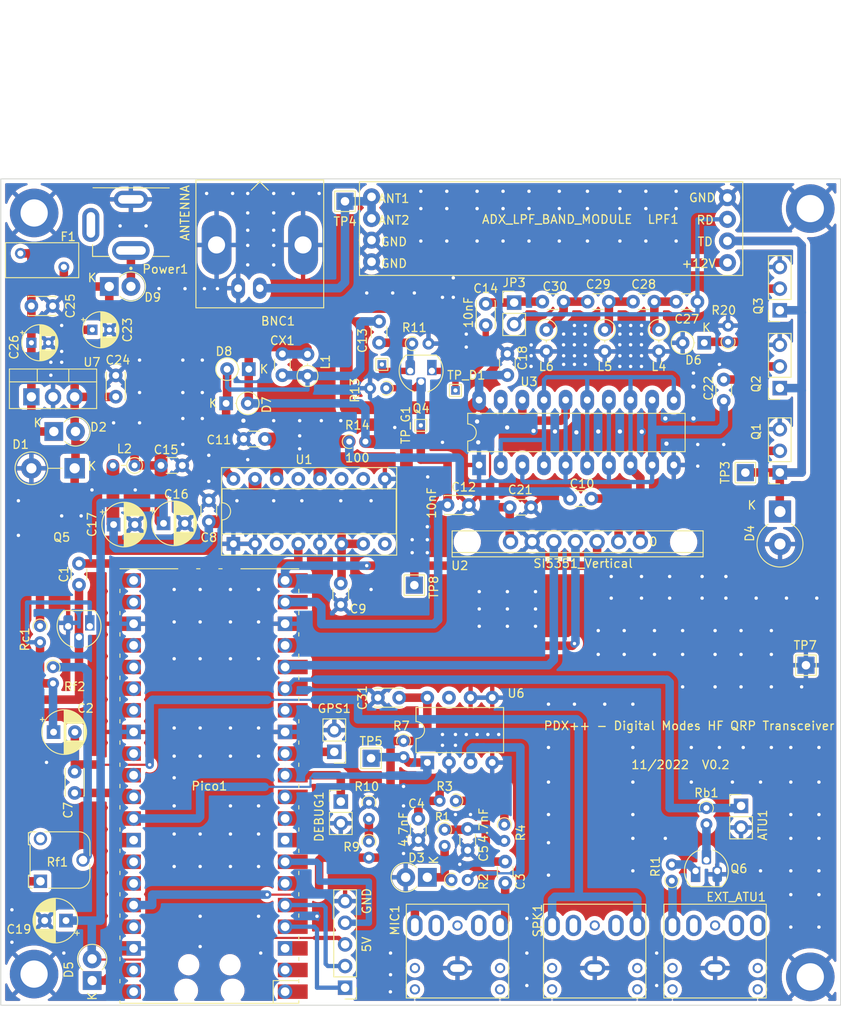
<source format=kicad_pcb>
(kicad_pcb (version 20211014) (generator pcbnew)
  (title_block (title "PDX++"))
  (layers (0 "F.Cu" signal) (31 "B.Cu" signal) (34 "B.Paste" user) (35 "F.Paste" user) (36 "B.SilkS" user "B.Silkscreen") (37 "F.SilkS" user "F.Silkscreen") (38 "B.Mask" user) (39 "F.Mask" user) (44 "Edge.Cuts" user))
  (net 0 "")
  (net 1 "GNDPWR")
  (net 2 "+5V")
  (net 3 "FSK")
  (net 4 "RX_AUDIO")
  (net 5 "Net-(C11-Pad2)")
  (net 6 "RX")
  (net 7 "RXSW")
  (net 8 "RX_OSC")
  (net 9 "TD_IN")
  (net 10 "+3.3V")
  (net 11 "SCL")
  (net 12 "SDA")
  (net 13 "Net-(C17-Pad1)")
  (net 14 "TO_ADC")
  (net 17 "Net-(D9-Pad2)")
  (net 19 "SW1")
  (net 20 "SW2")
  (net 21 "Net-(C2-Pad1)")
  (net 22 "Net-(C1-Pad2)")
  (net 29 "Net-(D9-Pad1)")
  (net 33 "Net-(DEBUG1-Pad1)")
  (net 35 "Net-(ATU1-Pad1)")
  (net 36 "Net-(GPS1-Pad1)")
  (net 44 "Net-(C27-Pad2)")
  (net 45 "Net-(C28-Pad2)")
  (net 46 "Net-(C29-Pad2)")
  (net 53 "Net-(Pico1-Pad20)")
  (net 54 "Net-(D3-Pad1)")
  (net 55 "Net-(R2-Pad2)")
  (net 57 "Net-(BNC1-Pad1)")
  (net 59 "Net-(C3-Pad1)")
  (net 60 "Net-(C3-Pad2)")
  (net 61 "Net-(C4-Pad1)")
  (net 62 "Net-(C5-Pad1)")
  (net 63 "Net-(C10-Pad1)")
  (net 64 "Net-(C13-Pad1)")
  (net 65 "Net-(C13-Pad2)")
  (net 66 "Net-(C14-Pad1)")
  (net 67 "Net-(C14-Pad2)")
  (net 68 "Net-(C22-Pad1)")
  (net 69 "Net-(C22-Pad2)")
  (net 70 "Net-(C25-Pad1)")
  (net 71 "Net-(C2-Pad2)")
  (net 72 "Net-(Rf1-Pad2)")
  (net 75 "Net-(R10-Pad2)")
  (net 77 "Net-(D5-Pad1)")
  (net 78 "Net-(EXT_ATU1-PadR)")
  (net 82 "Net-(Q6-Pad1)")
  (net 83 "Net-(Q6-Pad2)")
  (net 84 "TXLED")
  (net 86 "Net-(U2-Pad7)")
  (footprint "footprints:PJ-307_Modded" (layer "F.Cu") (at 112.508 102.3945 90)
    (fp_text reference "MIC1")
    (fp_text value "MIC")
  )
  (footprint "footprints:PJ-307_Modded" (layer "F.Cu") (at 128.618 102.3945 90)
    (fp_text reference "SPK1")
    (fp_text value "SPEAKER")
  )
  (footprint "Diode_THT:D_DO-15_P5.08mm_Vertical_KathodeUp" (layer "F.Cu") (at 67.564 46.736 180)
    (fp_text reference "D1")
    (fp_text value "5.6V 5W" hide)
  )
  (footprint "Diode_THT:D_DO-41_SOD81_P2.54mm_Vertical_KathodeUp" (layer "F.Cu") (at 65.122315 42.418)
    (fp_text reference "D2")
    (fp_text value "1N4001" hide)
  )
  (footprint "MountingHole:MountingHole_3.2mm_M3_ISO7380_Pad" (layer "F.Cu") (at 153.924 106.426)
    (fp_text reference "H1" hide)
    (fp_text value "MountingHole_Pad" hide)
  )
  (footprint "MountingHole:MountingHole_3.2mm_M3_ISO7380_Pad" (layer "F.Cu") (at 153.924 16.256)
    (fp_text reference "H2" hide)
    (fp_text value "MountingHole_Pad" hide)
  )
  (footprint "MountingHole:MountingHole_3.2mm_M3_ISO7380_Pad" (layer "F.Cu") (at 62.8 106.1)
    (fp_text reference "H3" hide)
    (fp_text value "MountingHole_Pad" hide)
  )
  (footprint "MountingHole:MountingHole_3.2mm_M3_ISO7380_Pad" (layer "F.Cu") (at 62.81 16.77)
    (fp_text reference "H4" hide)
    (fp_text value "MountingHole_Pad" hide)
  )
  (footprint "Connector_Coaxial:BNC_Amphenol_B6252HB-NPP3G-50_Horizontal" (layer "F.Cu") (at 89.3 25.6)
    (fp_text reference "BNC1")
    (fp_text value "BNC" hide)
  )
  (footprint "Connector_PinSocket_2.54mm:PinSocket_1x03_P2.54mm_Vertical" (layer "F.Cu") (at 150.343 47.229 180)
    (fp_text reference "Q1")
    (fp_text value "BS170" hide)
  )
  (footprint "Connector_PinSocket_2.54mm:PinSocket_1x03_P2.54mm_Vertical" (layer "F.Cu") (at 150.343 37.323 180)
    (fp_text reference "Q2")
    (fp_text value "BS170" hide)
  )
  (footprint "Connector_PinSocket_2.54mm:PinSocket_1x03_P2.54mm_Vertical" (layer "F.Cu") (at 150.343 28.194 180)
    (fp_text reference "Q3")
    (fp_text value "BS170" hide)
  )
  (footprint "Package_TO_SOT_THT:TO-92_HandSolder" (layer "F.Cu") (at 109.5 35.306 180)
    (fp_text reference "Q4")
    (fp_text value "BS170")
  )
  (footprint "Package_DIP:DIP-16_W7.62mm_Socket" (layer "F.Cu") (at 86.2 55.6 90)
    (fp_text reference "U1")
    (fp_text value "CD2003GB_GP" hide)
  )
  (footprint "VFO_footprint:SI5351 Module_Vertical" (layer "F.Cu") (at 112.64 61.446)
    (fp_text reference "U2")
    (fp_text value "SI5351_Vertical")
  )
  (footprint "Package_DIP:DIP-20_W7.62mm_LongPads" (layer "F.Cu") (at 115.04 46.346 90)
    (fp_text reference "U3")
    (fp_text value "74ACT244" hide)
  )
  (footprint "uSDX_LPF_BAND_MODULE:uSDX_LPF_Band_Module" (layer "F.Cu") (at 147 56.1 180)
    (fp_text reference "LPF1" hide)
    (fp_text value "ADX_LPF_BAND_MODULE")
  )
  (footprint "footprints:RPi_Pico_SMD_TH" (layer "F.Cu") (at 83.38 84.03 180)
    (fp_text reference "Pico1")
    (fp_text value "Pico")
  )
  (footprint "Capacitor_THT:C_Disc_D3.0mm_W1.6mm_P2.50mm" (layer "F.Cu") (at 118.108 92.896 -90)
    (fp_text reference "C3")
    (fp_text value "100nF" hide)
  )
  (footprint "Capacitor_THT:C_Disc_D3.0mm_W1.6mm_P2.50mm" (layer "F.Cu") (at 107.908 87.866 -90)
    (fp_text reference "C4")
    (fp_text value "4.7nF")
  )
  (footprint "Capacitor_THT:C_Disc_D3.0mm_W1.6mm_P2.50mm" (layer "F.Cu") (at 113.708 89.066 -90)
    (fp_text reference "C5")
    (fp_text value "4.7nF")
  )
  (footprint "Capacitor_THT:C_Disc_D3.0mm_W1.6mm_P2.50mm" (layer "F.Cu") (at 118.638 51.308)
    (fp_text reference "C21")
    (fp_text value "100nF" hide)
  )
  (footprint "Capacitor_THT:C_Disc_D3.0mm_W1.6mm_P2.50mm" (layer "F.Cu") (at 143.764 36.322 -90)
    (fp_text reference "C22")
    (fp_text value "100nF" hide)
  )
  (footprint "Capacitor_THT:CP_Radial_D4.0mm_P2.00mm" (layer "F.Cu") (at 69.639401 30.48)
    (fp_text reference "C23")
    (fp_text value "10uF/16V" hide)
  )
  (footprint "Capacitor_THT:C_Disc_D3.0mm_W2.0mm_P2.50mm" (layer "F.Cu") (at 72.39 38.334 90)
    (fp_text reference "C24")
    (fp_text value "100nF" hide)
  )
  (footprint "Capacitor_THT:C_Disc_D3.0mm_W2.0mm_P2.50mm" (layer "F.Cu") (at 62.484 27.686)
    (fp_text reference "C25")
    (fp_text value "100nF" hide)
  )
  (footprint "Capacitor_THT:CP_Radial_D4.0mm_P2.00mm" (layer "F.Cu") (at 62.484 32.004)
    (fp_text reference "C26")
    (fp_text value "100uF/25V" hide)
  )
  (footprint "Capacitor_THT:C_Disc_D3.0mm_W2.0mm_P2.50mm" (layer "F.Cu") (at 115.824 29.932 90)
    (fp_text reference "C14")
    (fp_text value "10nF")
  )
  (footprint "Capacitor_THT:C_Disc_D3.0mm_W2.0mm_P2.50mm" (layer "F.Cu") (at 111.34 51.046)
    (fp_text reference "C12")
    (fp_text value "10nF")
  )
  (footprint "Capacitor_THT:C_Disc_D3.0mm_W1.6mm_P2.50mm" (layer "F.Cu") (at 103.3 32 90)
    (fp_text reference "C13")
    (fp_text value "680pF / 620pF" hide)
  )
  (footprint "Capacitor_THT:C_Disc_D3.0mm_W1.6mm_P2.50mm" (layer "F.Cu") (at 87.4 43.3)
    (fp_text reference "C11")
    (fp_text value "100nF" hide)
  )
  (footprint "Capacitor_THT:C_Disc_D3.0mm_W1.6mm_P2.50mm" (layer "F.Cu") (at 83.312 50.5 -90)
    (fp_text reference "C8")
    (fp_text value "100nF" hide)
  )
  (footprint "Capacitor_THT:C_Disc_D3.0mm_W1.6mm_P2.50mm" (layer "F.Cu") (at 125.73 50.292)
    (fp_text reference "C10")
    (fp_text value "100nF" hide)
  )
  (footprint "Capacitor_THT:C_Disc_D3.0mm_W1.6mm_P2.50mm" (layer "F.Cu") (at 98.806 62.738 90)
    (fp_text reference "C9")
    (fp_text value "100nF" hide)
  )
  (footprint "Capacitor_THT:CP_Radial_D5.0mm_P2.50mm" (layer "F.Cu") (at 72.136 53.34)
    (fp_text reference "C17")
    (fp_text value "10uF/16V" hide)
  )
  (footprint "Capacitor_THT:C_Disc_D3.0mm_W1.6mm_P2.50mm" (layer "F.Cu") (at 77.7 46.4)
    (fp_text reference "C15")
    (fp_text value "100nF" hide)
  )
  (footprint "Capacitor_THT:CP_Radial_D5.0mm_P2.50mm" (layer "F.Cu") (at 78 53.2)
    (fp_text reference "C16")
    (fp_text value "100uF/16V" hide)
  )
  (footprint "Diode_THT:D_DO-35_SOD27_P2.54mm_Vertical_KathodeUp" (layer "F.Cu") (at 141.478 32.004 180)
    (fp_text reference "D6")
    (fp_text value "1N4148" hide)
  )
  (footprint "Diode_THT:D_DO-35_SOD27_P2.54mm_Vertical_KathodeUp" (layer "F.Cu") (at 85.344 39.116)
    (fp_text reference "D7")
    (fp_text value "1N4148" hide)
  )
  (footprint "Diode_THT:D_DO-35_SOD27_P2.54mm_Vertical_KathodeUp" (layer "F.Cu") (at 88 35.1 180)
    (fp_text reference "D8")
    (fp_text value "1N4148" hide)
  )
  (footprint "Diode_THT:D_DO-41_SOD81_P2.54mm_Vertical_KathodeUp" (layer "F.Cu") (at 71.628 25.4)
    (fp_text reference "D9")
    (fp_text value "1N5817" hide)
  )
  (footprint "Resistor_THT:R_Axial_DIN0204_L3.6mm_D1.6mm_P2.54mm_Vertical" (layer "F.Cu") (at 74.6 46.4 180)
    (fp_text reference "L2")
    (fp_text value "100uH" hide)
  )
  (footprint "Inductor_THT:L_Axial_L5.3mm_D2.2mm_P2.54mm_Vertical_Vishay_IM-1" (layer "F.Cu") (at 94.9 35.9 90)
    (fp_text reference "L1")
    (fp_text value "1uH" hide)
  )
  (footprint "Resistor_THT:R_Axial_DIN0204_L3.6mm_D1.6mm_P1.90mm_Vertical" (layer "F.Cu") (at 110.998 89.154 -90)
    (fp_text reference "R1")
    (fp_text value "5.1k" hide)
  )
  (footprint "Resistor_THT:R_Axial_DIN0204_L3.6mm_D1.6mm_P1.90mm_Vertical" (layer "F.Cu") (at 111.808 95.066)
    (fp_text reference "R2")
    (fp_text value "5.1k" hide)
  )
  (footprint "Resistor_THT:R_Axial_DIN0204_L3.6mm_D1.6mm_P1.90mm_Vertical" (layer "F.Cu") (at 112.308 85.766 180)
    (fp_text reference "R3")
    (fp_text value "10k" hide)
  )
  (footprint "Resistor_THT:R_Axial_DIN0204_L3.6mm_D1.6mm_P1.90mm_Vertical" (layer "F.Cu") (at 118.008 88.566 -90)
    (fp_text reference "R4")
    (fp_text value "10k" hide)
  )
  (footprint "Resistor_THT:R_Axial_DIN0204_L3.6mm_D1.6mm_P1.90mm_Vertical" (layer "F.Cu") (at 102.108 90.535 -90)
    (fp_text reference "R9")
    (fp_text value "10k" hide)
  )
  (footprint "Resistor_THT:R_Axial_DIN0204_L3.6mm_D1.6mm_P1.90mm_Vertical" (layer "F.Cu") (at 102.108 85.984 -90)
    (fp_text reference "R10")
    (fp_text value "10k" hide)
  )
  (footprint "Resistor_THT:R_Axial_DIN0204_L3.6mm_D1.6mm_P1.90mm_Vertical" (layer "F.Cu") (at 144.272 31.893 90)
    (fp_text reference "R20")
    (fp_text value "2.2k" hide)
  )
  (footprint "Resistor_THT:R_Axial_DIN0204_L3.6mm_D1.6mm_P1.90mm_Vertical" (layer "F.Cu") (at 107.2 32.1)
    (fp_text reference "R11")
    (fp_text value "1k" hide)
  )
  (footprint "Resistor_THT:R_Axial_DIN0204_L3.6mm_D1.6mm_P1.90mm_Vertical" (layer "F.Cu") (at 99.8 43.6)
    (fp_text reference "R14")
    (fp_text value "100")
  )
  (footprint "TestPoint:TestPoint_THTPad_2.0x2.0mm_Drill1.0mm" (layer "F.Cu") (at 146.304 47.244)
    (fp_text reference "TP3")
    (fp_text value "TestPoint" hide)
  )
  (footprint "TestPoint:TestPoint_THTPad_2.0x2.0mm_Drill1.0mm" (layer "F.Cu") (at 99.3 15.4)
    (fp_text reference "TP4")
    (fp_text value "TestPoint" hide)
  )
  (footprint "TestPoint:TestPoint_THTPad_2.0x2.0mm_Drill1.0mm" (layer "F.Cu") (at 153.416 69.85)
    (fp_text reference "TP7")
    (fp_text value "GND" hide)
  )
  (footprint "TestPoint:TestPoint_THTPad_2.0x2.0mm_Drill1.0mm" (layer "F.Cu") (at 107.442 60.452)
    (fp_text reference "TP8")
    (fp_text value "CAL" hide)
  )
  (footprint "TestPoint:TestPoint_THTPad_1.0x1.0mm_Drill0.5mm" (layer "F.Cu") (at 112.268 37.592 90)
    (fp_text reference "TP_D1")
    (fp_text value " " hide)
  )
  (footprint "TestPoint:TestPoint_THTPad_1.0x1.0mm_Drill0.5mm" (layer "F.Cu") (at 108.2 41.7 180)
    (fp_text reference "TP_G1")
    (fp_text value " " hide)
  )
  (footprint "TestPoint:TestPoint_THTPad_1.0x1.0mm_Drill0.5mm" (layer "F.Cu") (at 103.632 34.544)
    (fp_text reference "TP_S1" hide)
    (fp_text value " " hide)
  )
  (footprint "Inductor_THT:L_Axial_L5.3mm_D2.2mm_P2.54mm_Vertical_Vishay_IM-1" (layer "F.Cu") (at 122.936 30.48 -90)
    (fp_text reference "L6")
    (fp_text value "2.2uH" hide)
  )
  (footprint "Capacitor_THT:C_Disc_D3.0mm_W1.6mm_P2.50mm" (layer "F.Cu") (at 118.364 33.294 -90)
    (fp_text reference "C18")
    (fp_text value "100nF" hide)
  )
  (footprint "Diode_THT:D_DO-41_SOD81_P2.54mm_Vertical_KathodeUp" (layer "F.Cu") (at 69.62 106.86 90)
    (fp_text reference "D5")
    (fp_text value "1N5818" hide)
  )
  (footprint "Package_TO_SOT_THT:TO-220-3_Vertical" (layer "F.Cu") (at 62.484 38.354)
    (fp_text reference "U7")
    (fp_text value "CDIL_7805_TO220" hide)
  )
  (footprint "Connector_PinHeader_2.54mm:PinHeader_1x02_P2.54mm_Vertical" (layer "F.Cu") (at 98.806 85.852)
    (fp_text reference "DEBUG1")
    (fp_text value "Conn_01x02" hide)
  )
  (footprint "Resistor_THT:R_Axial_DIN0204_L3.6mm_D1.6mm_P1.90mm_Vertical" (layer "F.Cu") (at 141.732 86.614 -90)
    (fp_text reference "Rb1")
    (fp_text value "1k" hide)
  )
  (footprint "Potentiometer_THT:Potentiometer_Runtron_RM-065_Vertical" (layer "F.Cu") (at 63.546 95.21 90)
    (fp_text reference "Rf1")
    (fp_text value "500k (keep ~10k)" hide)
  )
  (footprint "Fuse:Fuse_BelFuse_0ZRE0005FF_L8.3mm_W3.8mm" (layer "F.Cu") (at 66.294 23.114 180)
    (fp_text reference "F1")
    (fp_text value "1A" hide)
  )
  (footprint "MountingHole:MountingHole_2.2mm_M2" (layer "F.Cu") (at 113.656 55.372)
    (fp_text reference "S1" hide)
    (fp_text value "MountingHole" hide)
  )
  (footprint "Package_TO_SOT_THT:TO-92_HandSolder" (layer "F.Cu") (at 69.342 65.278 180)
    (fp_text reference "Q5")
    (fp_text value "BC547" hide)
  )
  (footprint "footprints:XKB_DC-005-5A-2.0" (layer "F.Cu") (at 74.168 15.17 -90)
    (fp_text reference "Power1")
    (fp_text value "DC-005 (Barrel Jack)" hide)
  )
  (footprint "MountingHole:MountingHole_2.2mm_M2" (layer "F.Cu") (at 139.056 55.372)
    (fp_text reference "S2" hide)
    (fp_text value "MountingHole" hide)
  )
  (footprint "Capacitor_THT:C_Disc_D3.0mm_W1.6mm_P2.50mm" (layer "F.Cu") (at 130.282 27.178 180)
    (fp_text reference "C29")
    (fp_text value "820" hide)
  )
  (footprint "TestPoint:TestPoint_THTPad_2.0x2.0mm_Drill1.0mm" (layer "F.Cu") (at 102.362 80.772)
    (fp_text reference "TP5")
    (fp_text value "COUT" hide)
  )
  (footprint "Capacitor_THT:C_Disc_D3.0mm_W1.6mm_P2.50mm" (layer "F.Cu") (at 91.948 35.814 90)
    (fp_text reference "CX1")
    (fp_text value "  " hide)
  )
  (footprint "Capacitor_THT:CP_Radial_D5.0mm_P2.50mm" (layer "F.Cu") (at 65.088888 77.699)
    (fp_text reference "C2")
    (fp_text value "10uF" hide)
  )
  (footprint "Capacitor_THT:C_Disc_D3.0mm_W1.6mm_P2.50mm" (layer "F.Cu") (at 68.072 57.912 -90)
    (fp_text reference "C1")
    (fp_text value "100nF" hide)
  )
  (footprint "Capacitor_THT:C_Disc_D3.0mm_W1.6mm_P2.50mm" (layer "F.Cu") (at 135.616 27.178 180)
    (fp_text reference "C28")
    (fp_text value "820" hide)
  )
  (footprint "footprints:PJ-307_Modded" (layer "F.Cu") (at 142.753 102.3945 90)
    (fp_text reference "EXT_ATU1")
    (fp_text value "EXT_ATU")
  )
  (footprint "Diode_THT:D_DO-41_SOD81_P2.54mm_Vertical_KathodeUp" (layer "F.Cu") (at 108.966 94.742 180)
    (fp_text reference "D3")
    (fp_text value "1N581X" hide)
  )
  (footprint "Resistor_THT:R_Axial_DIN0204_L3.6mm_D1.6mm_P1.90mm_Vertical" (layer "F.Cu") (at 65.024 70.079 -90)
    (fp_text reference "Rf2")
    (fp_text value "4.7k" hide)
  )
  (footprint "Package_DIP:DIP-8_W7.62mm" (layer "F.Cu") (at 108.966 81.27 90)
    (fp_text reference "U6")
    (fp_text value "LM393" hide)
  )
  (footprint "Capacitor_THT:C_Disc_D3.0mm_W2.0mm_P2.50mm" (layer "F.Cu") (at 67.564 84.836 90)
    (fp_text reference "C7")
    (fp_text value "470nF" hide)
  )
  (footprint "Package_TO_SOT_THT:TO-92_HandSolder" (layer "F.Cu") (at 140.462 93.992)
    (fp_text reference "Q6")
    (fp_text value "BC547" hide)
  )
  (footprint "Capacitor_THT:CP_Radial_D5.0mm_P2.50mm" (layer "F.Cu") (at 66.548 99.822 180)
    (fp_text reference "C19")
    (fp_text value "10uF" hide)
  )
  (footprint "Inductor_THT:L_Axial_L5.3mm_D2.2mm_P2.54mm_Vertical_Vishay_IM-1" (layer "F.Cu") (at 129.794 30.48 -90)
    (fp_text reference "L5")
    (fp_text value "2.2uH" hide)
  )
  (footprint "Connector_PinHeader_2.54mm:PinHeader_1x05_P2.54mm_Vertical" (layer "F.Cu") (at 99.314 107.696 180)
    (fp_text reference "HEADER1" hide)
    (fp_text value "Conn_01x05" hide)
  )
  (footprint "Connector_PinHeader_2.54mm:PinHeader_1x02_P2.54mm_Vertical" (layer "F.Cu") (at 119.158 27.286)
    (fp_text reference "JP3")
    (fp_text value "Filter-Skip" hide)
  )
  (footprint "Capacitor_THT:C_Disc_D3.0mm_W2.0mm_P2.50mm" (layer "F.Cu") (at 105.664 73.66 180)
    (fp_text reference "C31")
    (fp_text value "100nF" hide)
  )
  (footprint "Resistor_THT:R_Axial_DIN0204_L3.6mm_D1.6mm_P1.90mm_Vertical" (layer "F.Cu") (at 106.172 78.74 -90)
    (fp_text reference "R7")
    (fp_text value "10k" hide)
  )
  (footprint "Resistor_THT:R_Axial_DIN0204_L3.6mm_D1.6mm_P1.90mm_Vertical" (layer "F.Cu") (at 137.668 95.139 90)
    (fp_text reference "Rl1")
    (fp_text value "470" hide)
  )
  (footprint "Connector_PinHeader_2.54mm:PinHeader_1x02_P2.54mm_Vertical" (layer "F.Cu") (at 145.796 86.355)
    (fp_text reference "ATU1")
    (fp_text value "Conn_01x02" hide)
  )
  (footprint "Resistor_THT:R_Axial_DIN0204_L3.6mm_D1.6mm_P1.90mm_Vertical" (layer "F.Cu") (at 104.14 37.338 180)
    (fp_text reference "R13")
    (fp_text value "10k" hide)
  )
  (footprint "Diode_THT:D_DO-201_P3.81mm_Vertical_KathodeUp" (layer "F.Cu") (at 150.368 51.816 -90)
    (fp_text reference "D4")
    (fp_text value "47v 5W" hide)
  )
  (footprint "Resistor_THT:R_Axial_DIN0204_L3.6mm_D1.6mm_P1.90mm_Vertical" (layer "F.Cu") (at 63.5 65.253 -90)
    (fp_text reference "Rc1")
    (fp_text value "4.7k" hide)
  )
  (footprint "Connector_PinHeader_2.54mm:PinHeader_1x02_P2.54mm_Vertical" (layer "F.Cu") (at 98.044 80.015 180)
    (fp_text reference "GPS1")
    (fp_text value "Conn_01x02" hide)
  )
  (footprint "Inductor_THT:L_Axial_L5.3mm_D2.2mm_P2.54mm_Vertical_Vishay_IM-1" (layer "F.Cu") (at 136.144 30.48 -90)
    (fp_text reference "L4")
    (fp_text value "2.2uH" hide)
  )
  (footprint "Capacitor_THT:C_Disc_D3.0mm_W1.6mm_P2.50mm" (layer "F.Cu") (at 124.968 27.178 180)
    (fp_text reference "C30")
    (fp_text value "2.2nF" hide)
  )
  (footprint "Capacitor_THT:C_Disc_D3.0mm_W1.6mm_P2.50mm" (layer "F.Cu") (at 140.676 27.178 180)
    (fp_text reference "C27")
    (fp_text value "2.2nF" hide)
  )
  (gr_rect (start 58.9 12.765) (end 157.49 109.755) (layer "Edge.Cuts") (width 0.1) (fill none))
  (gr_text "LPF1" (at 136.652 17.526) (layer "F.SilkS") (effects (font (size 1 1))))
  (gr_text "PDX++ - Digital Modes HF QRP Transceiver" (at 139.7 76.962) (layer "F.SilkS") (effects (font (size 1 1))))
  (gr_text "ANTENNA" (at 80.518 16.764 90) (layer "F.SilkS") (effects (font (size 1 1))))
  (gr_text "GND" (at 101.854 97.536 90) (layer "F.SilkS") (effects (font (size 1 1))))
  (gr_text "11/2022  V0.2" (at 138.684 81.534) (layer "F.SilkS") (effects (font (size 1 1))))
  (gr_text "5V" (at 101.854 102.616 90) (layer "F.SilkS") (effects (font (size 1 1))))
  (via (at 75.184 37.846) (size 0.8) (drill 0.4) (layers "F.Cu" "B.Cu") (net 1))
  (via (at 151.638 83.566) (size 0.8) (drill 0.4) (layers "F.Cu" "B.Cu") (net 1))
  (via (at 115.062 65.278) (size 0.8) (drill 0.4) (layers "F.Cu" "B.Cu") (net 1))
  (via (at 151.638 100.584) (size 0.8) (drill 0.4) (layers "F.Cu" "B.Cu") (net 1))
  (via (at 123.19 83.566) (size 0.8) (drill 0.4) (layers "F.Cu" "B.Cu") (net 1))
  (via (at 151.638 87.376) (size 0.8) (drill 0.4) (layers "F.Cu" "B.Cu") (net 1))
  (via (at 133.096 90.17) (size 0.8) (drill 0.4) (layers "F.Cu" "B.Cu") (net 1))
  (via (at 130.556 59.436) (size 0.8) (drill 0.4) (layers "F.Cu" "B.Cu") (net 1))
  (via (at 66.04 52.324) (size 0.8) (drill 0.4) (layers "F.Cu" "B.Cu") (net 1))
  (via (at 127.762 14.224) (size 0.8) (drill 0.4) (layers "F.Cu" "B.Cu") (net 1))
  (via (at 143.764 43.942) (size 0.8) (drill 0.4) (layers "F.Cu" "B.Cu") (net 1))
  (via (at 87.884 16.764) (size 0.8) (drill 0.4) (layers "F.Cu" "B.Cu") (net 1))
  (via (at 134.62 20.066) (size 0.8) (drill 0.4) (layers "F.Cu" "B.Cu") (net 1))
  (via (at 131.572 16.256) (size 0.8) (drill 0.4) (layers "F.Cu" "B.Cu") (net 1))
  (via (at 132.08 68.58) (size 0.8) (drill 0.4) (layers "F.Cu" "B.Cu") (net 1))
  (via (at 140.208 37.146) (size 1) (drill 0.5) (layers "F.Cu" "B.Cu") (net 1))
  (via (at 83.312 48.26) (size 0.8) (drill 0.4) (layers "F.Cu" "B.Cu") (net 1))
  (via (at 72.898 18.288) (size 0.8) (drill 0.4) (layers "F.Cu" "B.Cu") (net 1))
  (via (at 90.932 16.764) (size 0.8) (drill 0.4) (layers "F.Cu" "B.Cu") (net 1))
  (via (at 80.264 37.846) (size 0.8) (drill 0.4) (layers "F.Cu" "B.Cu") (net 1))
  (via (at 149.352 72.39) (size 0.8) (drill 0.4) (layers "F.Cu" "B.Cu") (net 1))
  (via (at 80.264 40.894) (size 0.8) (drill 0.4) (layers "F.Cu" "B.Cu") (net 1))
  (via (at 87.884 18.796) (size 0.8) (drill 0.4) (layers "F.Cu" "B.Cu") (net 1))
  (via (at 136.906 40.894) (size 1) (drill 0.5) (layers "F.Cu" "B.Cu") (net 1))
  (via (at 124.957194 32.243142) (size 0.8) (drill 0.4) (layers "F.Cu" "B.Cu") (net 1))
  (via (at 137.414 59.436) (size 0.8) (drill 0.4) (layers "F.Cu" "B.Cu") (net 1))
  (via (at 75.184 41.402) (size 0.8) (drill 0.4) (layers "F.Cu" "B.Cu") (net 1))
  (via (at 137.414 61.976) (size 0.8) (drill 0.4) (layers "F.Cu" "B.Cu") (net 1))
  (via (at 104.648 103.632) (size 0.8) (drill 0.4) (layers "F.Cu" "B.Cu") (net 1))
  (via (at 154.94 90.17) (size 0.8) (drill 0.4) (layers "F.Cu" "B.Cu") (net 1))
  (via (at 129.032 68.58) (size 0.8) (drill 0.4) (layers "F.Cu" "B.Cu") (net 1))
  (via (at 90.932 14.478) (size 0.8) (drill 0.4) (layers "F.Cu" "B.Cu") (net 1))
  (via (at 79.248 80.518) (size 0.8) (drill 0.4) (layers "F.Cu" "B.Cu") (net 1))
  (via (at 79.248 60.96) (size 0.8) (drill 0.4) (layers "F.Cu" "B.Cu") (net 1))
  (via (at 131.572 29.972) (size 0.8) (drill 0.4) (layers "F.Cu" "B.Cu") (net 1))
  (via (at 154.94 83.566) (size 0.8) (drill 0.4) (layers "F.Cu" "B.Cu") (net 1))
  (via (at 112.014 24.384) (size 0.8) (drill 0.4) (layers "F.Cu" "B.Cu") (net 1))
  (via (at 134.101194 32.243142) (size 0.8) (drill 0.4) (layers "F.Cu" "B.Cu") (net 1))
  (via (at 131.572 42.418) (size 1) (drill 0.5) (layers "F.Cu" "B.Cu") (net 1))
  (via (at 108.204 16.256) (size 0.8) (drill 0.4) (layers "F.Cu" "B.Cu") (net 1))
  (via (at 98.806 41.148) (size 0.8) (drill 0.4) (layers "F.Cu" "B.Cu") (net 1))
  (via (at 66.04 29.972) (size 0.8) (drill 0.4) (layers "F.Cu" "B.Cu") (net 1))
  (via (at 142.748 68.58) (size 0.8) (drill 0.4) (layers "F.Cu" "B.Cu") (net 1))
  (via (at 144.78 83.566) (size 0.8) (drill 0.4) (layers "F.Cu" "B.Cu") (net 1))
  (via (at 121.44 42.346) (size 1) (drill 0.5) (layers "F.Cu" "B.Cu") (net 1))
  (via (at 79.248 77.216) (size 0.8) (drill 0.4) (layers "F.Cu" "B.Cu") (net 1))
  (via (at 151.638 90.17) (size 0.8) (drill 0.4) (layers "F.Cu" "B.Cu") (net 1))
  (via (at 141.224 59.436) (size 0.8) (drill 0.4) (layers "F.Cu" "B.Cu") (net 1))
  (via (at 60.96 54.61) (size 0.8) (drill 0.4) (layers "F.Cu" "B.Cu") (net 1))
  (via (at 151.13 61.976) (size 0.8) (drill 0.4) (layers "F.Cu" "B.Cu") (net 1))
  (via (at 85.852 77.216) (size 0.8) (drill 0.4) (layers "F.Cu" "B.Cu") (net 1))
  (via (at 107.188 56.642) (size 0.8) (drill 0.4) (layers "F.Cu" "B.Cu") (net 1))
  (via (at 149.352 68.58) (size 0.8) (drill 0.4) (layers "F.Cu" "B.Cu") (net 1))
  (via (at 89.154 93.472) (size 0.8) (drill 0.4) (layers "F.Cu" "B.Cu") (net 1))
  (via (at 90.932 50.546) (size 0.8) (drill 0.4) (layers "F.Cu" "B.Cu") (net 1))
  (via (at 126.238 34.544) (size 0.8) (drill 0.4) (layers "F.Cu" "B.Cu") (net 1))
  (via (at 141.224 61.976) (size 0.8) (drill 0.4) (layers "F.Cu" "B.Cu") (net 1))
  (via (at 123.952 42.418) (size 1) (drill 0.5) (layers "F.Cu" "B.Cu") (net 1))
  (via (at 133.096 79.502) (size 0.8) (drill 0.4) (layers "F.Cu" "B.Cu") (net 1))
  (via (at 127.508 33.528) (size 0.8) (drill 0.4) (layers "F.Cu" "B.Cu") (net 1))
  (via (at 134.112 29.972) (size 0.8) (drill 0.4) (layers "F.Cu" "B.Cu") (net 1))
  (via (at 89.154 99.314) (size 0.8) (drill 0.4) (layers "F.Cu" "B.Cu") (net 1))
  (via (at 82.55 40.894) (size 0.8) (drill 0.4) (layers "F.Cu" "B.Cu") (net 1))
  (via (at 114.808 77.978) (size 0.8) (drill 0.4) (layers "F.Cu" "B.Cu") (net 1))
  (via (at 127.762 20.066) (size 0.8) (drill 0.4) (layers "F.Cu" "B.Cu") (net 1))
  (via (at 112.268 77.978) (size 0.8) (drill 0.4) (layers "F.Cu" "B.Cu") (net 1))
  (via (at 93.98 42.926) (size 0.8) (drill 0.4) (layers "F.Cu" "B.Cu") (net 1))
  (via (at 118.364 65.278) (size 0.8) (drill 0.4) (layers "F.Cu" "B.Cu") (net 1))
  (via (at 123.19 79.502) (size 0.8) (drill 0.4) (layers "F.Cu" "B.Cu") (net 1))
  (via (at 152.908 72.39) (size 0.8) (drill 0.4) (layers "F.Cu" "B.Cu") (net 1))
  (via (at 136.906 90.17) (size 0.8) (drill 0.4) (layers "F.Cu" "B.Cu") (net 1))
  (via (at 102.362 50.546) (size 0.8) (drill 0.4) (layers "F.Cu" "B.Cu") (net 1))
  (via (at 74.676 49.276) (size 0.8) (drill 0.4) (layers "F.Cu" "B.Cu") (net 1))
  (via (at 126.465 42.521) (size 1) (drill 0.5) (layers "F.Cu" "B.Cu") (net 1))
  (via (at 151.638 93.98) (size 0.8) (drill 0.4) (layers "F.Cu" "B.Cu") (net 1))
  (via (at 117.856 14.224) (size 0.8) (drill 0.4) (layers "F.Cu" "B.Cu") (net 1))
  (via (at 82.296 77.216) (size 0.8) (drill 0.4) (layers "F.Cu" "B.Cu") (net 1))
  (via (at 93.218 14.478) (size 0.8) (drill 0.4) (layers "F.Cu" "B.Cu") (net 1))
  (via (at 151.638 79.502) (size 0.8) (drill 0.4) (layers "F.Cu" "B.Cu") (net 1))
  (via (at 101.854 26.162) (size 0.8) (drill 0.4) (layers "F.Cu" "B.Cu") (net 1))
  (via (at 123.19 87.376) (size 0.8) (drill 0.4) (layers "F.Cu" "B.Cu") (net 1))
  (via (at 79.248 93.472) (size 0.8) (drill 0.4) (layers "F.Cu" "B.Cu") (net 1))
  (via (at 82.296 93.472) (size 0.8) (drill 0.4) (layers "F.Cu" "B.Cu") (net 1))
  (via (at 80.259291 43.928079) (size 0.8) (drill 0.4) (layers "F.Cu" "B.Cu") (net 1))
  (via (at 138.176 14.224) (size 0.8) (drill 0.4) (layers "F.Cu" "B.Cu") (net 1))
  (via (at 134.112 30.988) (size 0.8) (drill 0.4) (layers "F.Cu" "B.Cu") (net 1))
  (via (at 108.966 55.118) (size 0.8) (drill 0.4) (layers "F.Cu" "B.Cu") (net 1))
  (via (at 82.296 60.96) (size 0.8) (drill 0.4) (layers "F.Cu" "B.Cu") (net 1))
  (via (at 86.614 50.546) (size 0.8) (drill 0.4) (layers "F.Cu" "B.Cu") (net 1))
  (via (at 66.04 33.02) (size 0.8) (drill 0.4) (layers "F.Cu" "B.Cu") (net 1))
  (via (at 82.55 34.036) (size 0.8) (drill 0.4) (layers "F.Cu" "B.Cu") (net 1))
  (via (at 113.538 30.988) (size 0.8) (drill 0.4) (layers "F.Cu" "B.Cu") (net 1))
  (via (at 87.884 22.86) (size 0.8) (drill 0.4) (layers "F.Cu" "B.Cu") (net 1))
  (via (at 138.176 20.066) (size 0.8) (drill 0.4) (layers "F.Cu" "B.Cu") (net 1))
  (via (at 124.968 34.544) (size 0.8) (drill 0.4) (layers "F.Cu" "B.Cu") (net 1))
  (via (at 126.238 74.422) (size 0.8) (drill 0.4) (layers "F.Cu" "B.Cu") (net 1))
  (via (at 87.884 14.478) (size 0.8) (drill 0.4) (layers "F.Cu" "B.Cu") (net 1))
  (via (at 143.256 79.502) (size 0.8) (drill 0.4) (layers "F.Cu" "B.Cu") (net 1))
  (via (at 138.938 65.786) (size 0.8) (drill 0.4) (layers "F.Cu" "B.Cu") (net 1))
  (via (at 134.62 14.224) (size 0.8) (drill 0.4) (layers "F.Cu" "B.Cu") (net 1))
  (via (at 126.238 33.528) (size 0.8) (drill 0.4) (layers "F.Cu" "B.Cu") (net 1))
  (via (at 138.176 16.256) (size 0.8) (drill 0.4) (layers "F.Cu" "B.Cu") (net 1))
  (via (at 75.184 34.036) (size 0.8) (drill 0.4) (layers "F.Cu" "B.Cu") (net 1))
  (via (at 82.55 37.846) (size 0.8) (drill 0.4) (layers "F.Cu" "B.Cu") (net 1))
  (via (at 72.136 41.402) (size 0.8) (drill 0.4) (layers "F.Cu" "B.Cu") (net 1))
  (via (at 108.966 53.594) (size 0.8) (drill 0.4) (layers "F.Cu" "B.Cu") (net 1))
  (via (at 138.938 68.58) (size 0.8) (drill 0.4) (layers "F.Cu" "B.Cu") (net 1))
  (via (at 82.296 64.77) (size 0.8) (drill 0.4) (layers "F.Cu" "B.Cu") (net 1))
  (via (at 79.248 89.662) (size 0.8) (drill 0.4) (layers "F.Cu" "B.Cu") (net 1))
  (via (at 131.572 33.528) (size 0.8) (drill 0.4) (layers "F.Cu" "B.Cu") (net 1))
  (via (at 66.04 34.29) (size 0.8) (drill 0.4) (layers "F.Cu" "B.Cu") (net 1))
  (via (at 120.65 99.568) (size 0.8) (drill 0.4) (layers "F.Cu" "B.Cu") (net 1))
  (via (at 96.266 14.478) (size 0.8) (drill 0.4) (layers "F.Cu" "B.Cu") (net 1))
  (via (at 107.442 26.162) (size 0.8) (drill 0.4) (layers "F.Cu" "B.Cu") (net 1))
  (via (at 148.082 93.98) (size 0.8) (drill 0.4) (layers "F.Cu" "B.Cu") (net 1))
  (via (at 118.364 61.214) (size 0.8) (drill 0.4) (layers "F.Cu" "B.Cu") (net 1))
  (via (at 112.268 79.248) (size 0.8) (drill 0.4) (layers "F.Cu" "B.Cu") (net 1))
  (via (at 112.014 26.67) (size 0.8) (drill 0.4) (layers "F.Cu" "B.Cu") (net 1))
  (via (at 154.94 93.98) (size 0.8) (drill 0.4) (layers "F.Cu" "B.Cu") (net 1))
  (via (at 121.666 61.214) (size 0.8) (drill 0.4) (layers "F.Cu" "B.Cu") (net 1))
  (via (at 66.294 103.632) (size 0.8) (drill 0.4) (layers "F.Cu" "B.Cu") (net 1))
  (via (at 134.62 16.256) (size 0.8) (drill 0.4) (layers "F.Cu" "B.Cu") (net 1))
  (via (at 117.856 16.256) (size 0.8) (drill 0.4) (layers "F.Cu" "B.Cu") (net 1))
  (via (at 84.328 25.654) (size 0.8) (drill 0.4) (layers "F.Cu" "B.Cu") (net 1))
  (via (at 140.716 43.942) (size 0.8) (drill 0.4) (layers "F.Cu" "B.Cu") (net 1))
  (via (at 111.252 16.256) (size 0.8) (drill 0.4) (layers "F.Cu" "B.Cu") (net 1))
  (via (at 135.636 65.786) (size 0.8) (drill 0.4) (layers "F.Cu" "B.Cu") (net 1))
  (via (at 132.842 30.988) (size 0.8) (drill 0.4) (layers "F.Cu" "B.Cu") (net 1))
  (via (at 89.154 77.216) (size 0.8) (drill 0.4) (layers "F.Cu" "B.Cu") (net 1))
  (via (at 77.47 25.654) (size 0.8) (drill 0.4) (layers "F.Cu" "B.Cu") (net 1))
  (via (at 132.831194 32.243142) (size 0.8) (drill 0.4) (layers "F.Cu" "B.Cu") (net 1))
  (via (at 154.94 100.584) (size 0.8) (drill 0.4) (layers "F.Cu" "B.Cu") (net 1))
  (via (at 114.94 43.688) (size 1) (drill 0.5) (layers "F.Cu" "B.Cu") (net 1))
  (via (at 83.058 14.478) (size 0.8) (drill 0.4) (layers "F.Cu" "B.Cu") (net 1))
  (via (at 90.932 20.574) (size 0.8) (drill 0.4) (layers "F.Cu" "B.Cu") (net 1))
  (via (at 89.154 86.36) (size 0.8) (drill 0.4) (layers "F.Cu" "B.Cu") (net 1))
  (via (at 124.46 14.224) (size 0.8) (drill 0.4) (layers "F.Cu" "B.Cu") (net 1))
  (via (at 149.352 65.786) (size 0.8) (drill 0.4) (layers "F.Cu" "B.Cu") (net 1))
  (via (at 112.268 87.376) (size 0.8) (drill 0.4) (layers "F.Cu" "B.Cu") (net 1))
  (via (at 85.852 89.662) (size 0.8) (drill 0.4) (layers "F.Cu" "B.Cu") (net 1))
  (via (at 87.884 20.574) (size 0.8) (drill 0.4) (layers "F.Cu" "B.Cu") (net 1))
  (via (at 126.238 30.988) (size 0.8) (drill 0.4) (layers "F.Cu" "B.Cu") (net 1))
  (via (at 145.796 68.58) (size 0.8) (drill 0.4) (layers "F.Cu" "B.Cu") (net 1))
  (via (at 79.248 64.77) (size 0.8) (drill 0.4) (layers "F.Cu" "B.Cu") (net 1))
  (via (at 64.262 81.255) (size 0.8) (drill 0.4) (layers "F.Cu" "B.Cu") (net 1))
  (via (at 135.636 68.58) (size 0.8) (drill 0.4) (layers "F.Cu" "B.Cu") (net 1))
  (via (at 131.563584 34.790736) (size 0.8) (drill 0.4) (layers "F.Cu" "B.Cu") (net 1))
  (via (at 114.808 16.256) (size 0.8) (drill 0.4) (layers "F.Cu" "B.Cu") (net 1))
  (via (at 139.954 83.566) (size 0.8) (drill 0.4) (layers "F.Cu" "B.Cu") (net 1))
  (via (at 144.018 59.436) (size 0.8) (drill 0.4) (layers "F.Cu" "B.Cu") (net 1))
  (via (at 112.776 93.218) (size 0.8) (drill 0.4) (layers "F.Cu" "B.Cu") (net 1))
  (via (at 114.808 14.224) (size 0.8) (drill 0.4) (layers "F.Cu" "B.Cu") (net 1))
  (via (at 89.154 80.518) (size 0.8) (drill 0.4) (layers "F.Cu" "B.Cu") (net 1))
  (via (at 131.561194 32.243142) (size 0.8) (drill 0.4) (layers "F.Cu" "B.Cu") (net 1))
  (via (at 85.852 64.77) (size 0.8) (drill 0.4) (layers "F.Cu" "B.Cu") (net 1))
  (via (at 82.296 80.518) (size 0.8) (drill 0.4) (layers "F.Cu" "B.Cu") (net 1))
  (via (at 121.158 33.528) (size 0.8) (drill 0.4) (layers "F.Cu" "B.Cu") (net 1))
  (via (at 82.296 102.87) (size 0.8) (drill 0.4) (layers "F.Cu" "B.Cu") (net 1))
  (via (at 144.018 61.976) (size 0.8) (drill 0.4) (layers "F.Cu" "B.Cu") (net 1))
  (via (at 89.154 64.77) (size 0.8) (drill 0.4) (layers "F.Cu" "B.Cu") (net 1))
  (via (at 113.538 32.512) (size 0.8) (drill 0.4) (layers "F.Cu" "B.Cu") (net 1))
  (via (at 104.648 106.172) (size 0.8) (drill 0.4) (layers "F.Cu" "B.Cu") (net 1))
  (via (at 154.686 61.976) (size 0.8) (drill 0.4) (layers "F.Cu" "B.Cu") (net 1))
  (via (at 110.744 26.67) (size 0.8) (drill 0.4) (layers "F.Cu" "B.Cu") (net 1))
  (via (at 108.204 14.224) (size 0.8) (drill 0.4) (layers "F.Cu" "B.Cu") (net 1))
  (via (at 147.574 61.976) (size 0.8) (drill 0.4) (layers "F.Cu" "B.Cu") (net 1))
  (via (at 137.04 43.846) (size 1) (drill 0.5) (layers "F.Cu" "B.Cu") (net 1))
  (via (at 80.264 34.036) (size 0.8) (drill 0.4) (layers "F.Cu" "B.Cu") (net 1))
  (via (at 60.96 50.546) (size 0.8) (drill 0.4) (layers "F.Cu" "B.Cu") (net 1))
  (via (at 120.65 107.442) (size 0.8) (drill 0.4) (layers "F.Cu" "B.Cu") (net 1))
  (via (at 139.954 79.502) (size 0.8) (drill 0.4) (layers "F.Cu" "B.Cu") (net 1))
  (via (at 108.966 56.642) (size 0.8) (drill 0.4) (layers "F.Cu" "B.Cu") (net 1))
  (via (at 110.744 43.688) (size 0.8) (drill 0.4) (layers "F.Cu" "B.Cu") (net 1))
  (via (at 87.376 41.148) (size 1) (drill 0.5) (layers "F.Cu" "B.Cu") (net 1))
  (via (at 113.538 77.978) (size 0.8) (drill 0.4) (layers "F.Cu" "B.Cu") (net 1))
  (via (at 82.296 69.088) (size 0.8) (drill 0.4) (layers "F.Cu" "B.Cu") (net 1))
  (via (at 90.932 41.148) (size 0.8) (drill 0.4) (layers "F.Cu" "B.Cu") (net 1))
  (via (at 135.89 107.442) (size 0.8) (drill 0.4) (layers "F.Cu" "B.Cu") (net 1))
  (via (at 114.808 20.066) (size 0.8) (drill 0.4) (layers "F.Cu" "B.Cu") (net 1))
  (via (at 132.842 33.528) (size 0.8) (drill 0.4) (layers "F.Cu" "B.Cu") (net 1))
  (via (at 106.172 84.074) (size 0.8) (drill 0.4) (layers "F.Cu" "B.Cu") (net 1))
  (via (at 87.884 45.72) (size 0.8) (drill 0.4) (layers "F.Cu" "B.Cu") (net 1))
  (via (at 117.856 20.066) (size 0.8) (drill 0.4) (layers "F.Cu" "B.Cu") (net 1))
  (via (at 127.762 16.256) (size 0.8) (drill 0.4) (layers "F.Cu" "B.Cu") (net 1))
  (via (at 120.904 16.256) (size 0.8) (drill 0.4) (layers "F.Cu" "B.Cu") (net 1))
  (via (at 75.946 18.288) (size 0.8) (drill 0.4) (layers "F.Cu" "B.Cu") (net 1))
  (via (at 131.572 14.224) (size 0.8) (drill 0.4) (layers "F.Cu" "B.Cu") (net 1))
  (via (at 114.034106 87.371406) (size 0.8) (drill 0.4) (layers "F.Cu" "B.Cu") (net 1))
  (via (at 127.497194 32.243142) (size 0.8) (drill 0.4) (layers "F.Cu" "B.Cu") (net 1))
  (via (at 126.227194 32.243142) (size 0.8) (drill 0.4) (layers "F.Cu" "B.Cu") (net 1))
  (via (at 110.744 77.978) (size 0.8) (drill 0.4) (layers "F.Cu" "B.Cu") (net 1))
  (via (at 132.842 29.972) (size 0.8) (drill 0.4) (layers "F.Cu" "B.Cu") (net 1))
  (via (at 121.149584 34.778977) (size 0.8) (drill 0.4) (layers "F.Cu" "B.Cu") (net 1))
  (via (at 123.19 90.678) (size 0.8) (drill 0.4) (layers "F.Cu" "B.Cu") (net 1))
  (via (at 142.748 72.39) (size 0.8) (drill 0.4) (layers "F.Cu" "B.Cu") (net 1))
  (via (at 98.806 50.546) (size 0.8) (drill 0.4) (layers "F.Cu" "B.Cu") (net 1))
  (via (at 127.508 34.544) (size 0.8) (drill 0.4) (layers "F.Cu" "B.Cu") (net 1))
  (via (at 143.256 34.544) (size 0.8) (drill 0.4) (layers "F.Cu" "B.Cu") (net 1))
  (via (at 124.968 30.988) (size 0.8) (drill 0.4) (layers "F.Cu" "B.Cu") (net 1))
  (via (at 124.46 16.256) (size 0.8) (drill 0.4) (layers "F.Cu" "B.Cu") (net 1))
  (via (at 133.096 83.566) (size 0.8) (drill 0.4) (layers "F.Cu" "B.Cu") (net 1))
  (via (at 111.252 20.066) (size 0.8) (drill 0.4) (layers "F.Cu" "B.Cu") (net 1))
  (via (at 79.248 69.088) (size 0.8) (drill 0.4) (layers "F.Cu" "B.Cu") (net 1))
  (via (at 131.572 30.988) (size 0.8) (drill 0.4) (layers "F.Cu" "B.Cu") (net 1))
  (via (at 90.932 22.86) (size 0.8) (drill 0.4) (layers "F.Cu" "B.Cu") (net 1))
  (via (at 85.852 60.96) (size 0.8) (drill 0.4) (layers "F.Cu" "B.Cu") (net 1))
  (via (at 118.364 63.246) (size 0.8) (drill 0.4) (layers "F.Cu" "B.Cu") (net 1))
  (via (at 93.98 44.45) (size 0.8) (drill 0.4) (layers "F.Cu" "B.Cu") (net 1))
  (via (at 133.096 74.422) (size 0.8) (drill 0.4) (layers "F.Cu" "B.Cu") (net 1))
  (via (at 129.032 65.786) (size 0.8) (drill 0.4) (layers "F.Cu" "B.Cu") (net 1))
  (via (at 86.106 14.478) (size 0.8) (drill 0.4) (layers "F.Cu" "B.Cu") (net 1))
  (via (at 104.630099 108.180686) (size 0.8) (drill 0.4) (layers "F.Cu" "B.Cu") (net 1))
  (via (at 140.208 35.56) (size 0.8) (drill 0.4) (layers "F.Cu" "B.Cu") (net 1))
  (via (at 64.77 34.29) (size 0.8) (drill 0.4) (layers "F.Cu" "B.Cu") (net 1))
  (via (at 120.904 14.224) (size 0.8) (drill 0.4) (layers "F.Cu" "B.Cu") (net 1))
  (via (at 79.248 86.36) (size 0.8) (drill 0.4) (layers "F.Cu" "B.Cu") (net 1))
  (via (at 129.032 42.418) (size 1) (drill 0.5) (layers "F.Cu" "B.Cu") (net 1))
  (via (at 145.796 65.786) (size 0.8) (drill 0.4) (layers "F.Cu" "B.Cu") (net 1))
  (via (at 121.666 65.278) (size 0.8) (drill 0.4) (layers "F.Cu" "B.Cu") (net 1))
  (via (at 90.932 18.796) (size 0.8) (drill 0.4) (layers "F.Cu" "B.Cu") (net 1))
  (via (at 140.208 40.894) (size 1) (drill 0.5) (layers "F.Cu" "B.Cu") (net 1))
  (via (at 85.852 80.518) (size 0.8) (drill 0.4) (layers "F.Cu" "B.Cu") (net 1))
  (via (at 134.112 61.976) (size 0.8) (drill 0.4) (layers "F.Cu" "B.Cu") (net 1))
  (via (at 123.19 94.488) (size 0.8) (drill 0.4) (layers "F.Cu" "B.Cu") (net 1))
  (via (at 60.198 102.362) (size 0.8) (drill 0.4) (layers "F.Cu" "B.Cu") (net 1))
  (via (at 89.154 89.662) (size 0.8) (drill 0.4) (layers "F.Cu" "B.Cu") (net 1))
  (via (at 132.08 65.786) (size 0.8) (drill 0.4) (layers "F.Cu" "B.Cu") (net 1))
  (via (at 124.46 20.066) (size 0.8) (drill 0.4) (layers "F.Cu" "B.Cu") (net 1))
  (via (at 145.796 72.39) (size 0.8) (drill 0.4) (layers "F.Cu" "B.Cu") (net 1))
  (via (at 116.078 77.978) (size 0.8) (drill 0.4) (layers "F.Cu" "B.Cu") (net 1))
  (via (at 133.096 93.98) (size 0.8) (drill 0.4) (layers "F.Cu" "B.Cu") (net 1))
  (via (at 124.968 33.528) (size 0.8) (drill 0.4) (layers "F.Cu" "B.Cu") (net 1))
  (via (at 85.852 93.472) (size 0.8) (drill 0.4) (layers "F.Cu" "B.Cu") (net 1))
  (via (at 93.98 41.148) (size 0.8) (drill 0.4) (layers "F.Cu" "B.Cu") (net 1))
  (via (at 107.188 55.118) (size 0.8) (drill 0.4) (layers "F.Cu" "B.Cu") (net 1))
  (via (at 114.808 41.246) (size 1) (drill 0.5) (layers "F.Cu" "B.Cu") (net 1))
  (via (at 68.326 52.324) (size 0.8) (drill 0.4) (layers "F.Cu" "B.Cu") (net 1))
  (via (at 134.14 42.446) (size 1) (drill 0.5) (layers "F.Cu" "B.Cu") (net 1))
  (via (at 82.296 89.662) (size 0.8) (drill 0.4) (layers "F.Cu" "B.Cu") (net 1))
  (via (at 133.096 87.376) (size 0.8) (drill 0.4) (layers "F.Cu" "B.Cu") (net 1))
  (via (at 142.748 65.786) (size 0.8) (drill 0.4) (layers "F.Cu" "B.Cu") (net 1))
  (via (at 134.112 33.528) (size 0.8) (drill 0.4) (layers "F.Cu" "B.Cu") (net 1))
  (via (at 146.05 79.502) (size 0.8) (drill 0.4) (layers "F.Cu" "B.Cu") (net 1))
  (via (at 94.234 50.546) (size 0.8) (drill 0.4) (layers "F.Cu" "B.Cu") (net 1))
  (via (at 154.94 96.774) (size 0.8) (drill 0.4) (layers "F.Cu" "B.Cu") (net 1))
  (via (at 109.012426 47.748439) (size 0.8) (drill 0.4) (layers "F.Cu" "B.Cu") (net 1))
  (via (at 140.716 46.482) (size 0.8) (drill 0.4) (layers "F.Cu" "B.Cu") (net 1))
  (via (at 148.082 83.566) (size 0.8) (drill 0.4) (layers "F.Cu" "B.Cu") (net 1))
  (via (at 89.408 103.632) (size 0.8) (drill 0.4) (layers "F.Cu" "B.Cu") (net 1))
  (via (at 64.77 35.814) (size 0.8) (drill 0.4) (layers "F.Cu" "B.Cu") (net 1))
  (via (at 154.94 87.376) (size 0.8) (drill 0.4) (layers "F.Cu" "B.Cu") (net 1))
  (via (at 130.556 61.976) (size 0.8) (drill 0.4) (layers "F.Cu" "B.Cu") (net 1))
  (via (at 131.572 20.066) (size 0.8) (drill 0.4) (layers "F.Cu" "B.Cu") (net 1))
  (via (at 69.596 49.276) (size 0.8) (drill 0.4) (layers "F.Cu" "B.Cu") (net 1))
  (via (at 106.172 86.36) (size 0.8) (drill 0.4) (layers "F.Cu" "B.Cu") (net 1))
  (via (at 151.638 96.774) (size 0.8) (drill 0.4) (layers "F.Cu" "B.Cu") (net 1))
  (via (at 120.65 103.632) (size 0.8) (drill 0.4) (layers "F.Cu" "B.Cu") (net 1))
  (via (at 127.508 29.972) (size 0.8) (drill 0.4) (layers "F.Cu" "B.Cu") (net 1))
  (via (at 134.112 59.436) (size 0.8) (drill 0.4) (layers "F.Cu" "B.Cu") (net 1))
  (via (at 120.904 20.066) (size 0.8) (drill 0.4) (layers "F.Cu" "B.Cu") (net 1))
  (via (at 108.204 20.066) (size 0.8) (drill 0.4) (layers "F.Cu" "B.Cu") (net 1))
  (via (at 115.062 61.214) (size 0.8) (drill 0.4) (layers "F.Cu" "B.Cu") (net 1))
  (via (at 111.252 14.224) (size 0.8) (drill 0.4) (layers "F.Cu" "B.Cu") (net 1))
  (via (at 154.94 79.502) (size 0.8) (drill 0.4) (layers "F.Cu" "B.Cu") (net 1))
  (via (at 115.062 63.246) (size 0.8) (drill 0.4) (layers "F.Cu" "B.Cu") (net 1))
  (via (at 82.804 25.654) (size 0.8) (drill 0.4) (layers "F.Cu" "B.Cu") (net 1))
  (via (at 85.852 86.36) (size 0.8) (drill 0.4) (layers "F.Cu" "B.Cu") (net 1))
  (via (at 118.34 41.946) (size 1) (drill 0.5) (layers "F.Cu" "B.Cu") (net 1))
  (via (at 126.238 29.972) (size 0.8) (drill 0.4) (layers "F.Cu" "B.Cu") (net 1))
  (via (at 96.52 41.148) (size 0.8) (drill 0.4) (layers "F.Cu" "B.Cu") (net 1))
  (via (at 132.833584 34.790736) (size 0.8) (drill 0.4) (layers "F.Cu" "B.Cu") (net 1))
  (via (at 102.362 60.96) (size 0.8) (drill 0.4) (layers "F.Cu" "B.Cu") (net 1))
  (via (at 104.902 26.162) (size 0.8) (drill 0.4) (layers "F.Cu" "B.Cu") (net 1))
  (via (at 149.352 79.502) (size 0.8) (drill 0.4) (layers "F.Cu" "B.Cu") (net 1))
  (via (at 121.666 63.246) (size 0.8) (drill 0.4) (layers "F.Cu" "B.Cu") (net 1))
  (via (at 106.172 91.948) (size 0.8) (drill 0.4) (layers "F.Cu" "B.Cu") (net 1))
  (via (at 134.103584 34.790736) (size 0.8) (drill 0.4) (layers "F.Cu" "B.Cu") (net 1))
  (via (at 89.154 60.96) (size 0.8) (drill 0.4) (layers "F.Cu" "B.Cu") (net 1))
  (via (at 96.012 99.314) (size 0.8) (drill 0.4) (layers "F.Cu" "B.Cu") (net 1))
  (via (at 123.19 74.422) (size 0.8) (drill 0.4) (layers "F.Cu" "B.Cu") (net 1))
  (via (at 117.348 77.978) (size 0.8) (drill 0.4) (layers "F.Cu" "B.Cu") (net 1))
  (via (at 80.518 25.654) (size 0.8) (drill 0.4) (layers "F.Cu" "B.Cu") (net 1))
  (via (at 79.248 83.058) (size 0.8) (drill 0.4) (layers "F.Cu" "B.Cu") (net 1))
  (via (at 85.852 69.088) (size 0.8) (drill 0.4) (layers "F.Cu" "B.Cu") (net 1))
  (via (at 105.142653 41.94653) (size 0.8) (drill 0.4) (layers "F.Cu" "B.Cu") (net 1))
  (via (at 129.794 74.422) (size 0.8) (drill 0.4) (layers "F.Cu" "B.Cu") (net 1))
  (via (at 89.154 69.088) (size 0.8) (drill 0.4) (layers "F.Cu" "B.Cu") (net 1))
  (via (at 82.296 99.314) (size 0.8) (drill 0.4) (layers "F.Cu" "B.Cu") (net 1))
  (via (at 135.89 103.632) (size 0.8) (drill 0.4) (layers "F.Cu" "B.Cu") (net 1))
  (via (at 83.312 45.212) (size 0.8) (drill 0.4) (layers "F.Cu" "B.Cu") (net 1))
  (via (at 121.158 32.258) (size 0.8) (drill 0.4) (layers "F.Cu" "B.Cu") (net 1))
  (via (at 60.198 98.552) (size 0.8) (drill 0.4) (layers "F.Cu" "B.Cu") (net 1))
  (via (at 138.938 72.39) (size 0.8) (drill 0.4) (layers "F.Cu" "B.Cu") (net 1))
  (via (at 127.508 30.988) (size 0.8) (drill 0.4) (layers "F.Cu" "B.Cu") (net 1))
  (via (at 110.744 79.248) (size 0.8) (drill 0.4) (layers "F.Cu" "B.Cu") (net 1))
  (segment (start 114.142 39.624) (end 115.04 38.726) (width 1.5) (layer "F.Cu") (net 2))
  (segment (start 115.04 38.726) (end 115.04 39.624) (width 1) (layer "F.Cu") (net 2))
  (segment (start 99.45 39.624) (end 114.142 39.624) (width 1.5) (layer "F.Cu") (net 2))
  (segment (start 67.564 38.354) (end 72.37 38.354) (width 1) (layer "F.Cu") (net 2))
  (segment (start 67.564 38.354) (end 67.564 37.338) (width 0.5) (layer "F.Cu") (net 2))
  (segment (start 67.662315 44.040315) (end 67.662315 46.637685) (width 0.5) (layer "F.Cu") (net 2))
  (segment (start 67.916315 44.040315) (end 67.662315 44.040315) (width 0.5) (layer "F.Cu") (net 2))
  (segment (start 76.708 101.854) (end 95.758 101.854) (width 0.25) (layer "F.Cu") (net 2))
  (segment (start 77.7 30.504) (end 77.724 30.48) (width 1) (layer "F.Cu") (net 2))
  (segment (start 69.639401 30.48) (end 67.564 30.48) (width 1) (layer "F.Cu") (net 2))
  (segment (start 67.564 38.354) (end 67.564 42.319685) (width 1) (layer "F.Cu") (net 2))
  (segment (start 99.45 30.87) (end 99.45 39.624) (width 1.5) (layer "F.Cu") (net 2))
  (segment (start 67.916315 44.040315) (end 74.520315 44.040315) (width 1) (layer "F.Cu") (net 2))
  (segment (start 118.638 51.308) (end 118.638 55.252) (width 1) (layer "F.Cu") (net 2))
  (segment (start 77.7 46.4) (end 77.7 52.9) (width 1.5) (layer "F.Cu") (net 2))
  (segment (start 99.314 102.616) (end 98.552 101.854) (width 0.5) (layer "F.Cu") (net 2))
  (segment (start 116.332 51.308) (end 118.638 51.308) (width 1) (layer "F.Cu") (net 2))
  (segment (start 99.06 30.48) (end 99.45 30.87) (width 1.5) (layer "F.Cu") (net 2))
  (segment (start 67.662315 42.418) (end 67.662315 44.040315) (width 0.5) (layer "F.Cu") (net 2))
  (segment (start 77.7 46.4) (end 77.7 30.504) (width 1.5) (layer "F.Cu") (net 2))
  (segment (start 74.6 44.12) (end 74.6 46.4) (width 1) (layer "F.Cu") (net 2))
  (segment (start 67.564 46.736) (end 67.564 50.8) (width 1) (layer "F.Cu") (net 2))
  (segment (start 74.6 46.4) (end 77.7 46.4) (width 1) (layer "F.Cu") (net 2))
  (segment (start 116.332 40.64) (end 115.04 39.348) (width 1) (layer "F.Cu") (net 2))
  (segment (start 67.662315 42.418) (end 67.662315 46.637685) (width 1) (layer "F.Cu") (net 2))
  (segment (start 116.332 44.196) (end 116.332 40.64) (width 1) (layer "F.Cu") (net 2))
  (segment (start 69.805 104.394) (end 76.708 104.394) (width 0.25) (layer "F.Cu") (net 2))
  (segment (start 63.5 50.8) (end 63.5 65.253) (width 1) (layer "F.Cu") (net 2))
  (segment (start 67.564 37.338) (end 67.564 30.48) (width 1) (layer "F.Cu") (net 2))
  (segment (start 116.332 44.196) (end 116.332 48.514) (width 0.25) (layer "F.Cu") (net 2))
  (segment (start 116.332 51.308) (end 116.332 48.514) (width 1) (layer "F.Cu") (net 2))
  (segment (start 77.7 52.9) (end 78 53.2) (width 1.5) (layer "F.Cu") (net 2))
  (segment (start 95.758 101.854) (end 98.552 101.854) (width 0.5) (layer "F.Cu") (net 2))
  (segment (start 76.708 104.394) (end 76.708 101.854) (width 0.25) (layer "F.Cu") (net 2))
  (segment (start 77.724 30.48) (end 99.06 30.48) (width 1.5) (layer "F.Cu") (net 2))
  (segment (start 67.564 50.8) (end 63.5 50.8) (width 1) (layer "F.Cu") (net 2))
  (segment (start 74.520315 44.040315) (end 74.6 44.12) (width 1) (layer "F.Cu") (net 2))
  (segment (start 78 50.822) (end 78 53.2) (width 1) (layer "B.Cu") (net 2))
  (segment (start 70.612 99.822) (end 70.612 50.8) (width 1) (layer "B.Cu") (net 2))
  (segment (start 69.571 104.628) (end 69.571 99.847) (width 1) (layer "B.Cu") (net 2))
  (segment (start 115.336 35.794) (end 115.04 36.09) (width 1) (layer "B.Cu") (net 2))
  (segment (start 66.548 99.822) (end 70.612 99.822) (width 1) (layer "B.Cu") (net 2))
  (segment (start 118.364 35.794) (end 115.336 35.794) (width 1) (layer "B.Cu") (net 2))
  (segment (start 70.612 50.8) (end 77.978 50.8) (width 1) (layer "B.Cu") (net 2))
  (segment (start 77.978 50.8) (end 78 50.822) (width 1) (layer "B.Cu") (net 2))
  (segment (start 115.04 36.09) (end 115.04 38.726) (width 1) (layer "B.Cu") (net 2))
  (segment (start 106.802 81.27) (end 106.172 80.64) (width 1) (layer "F.Cu") (net 3))
  (segment (start 108.966 81.27) (end 106.802 81.27) (width 1) (layer "F.Cu") (net 3))
  (segment (start 95.25 83.058) (end 95.25 84.074) (width 0.25) (layer "B.Cu") (net 3))
  (segment (start 108.966 81.27) (end 108.966 82.55) (width 1) (layer "B.Cu") (net 3))
  (segment (start 74.49 87.84) (end 82.086 87.84) (width 1) (layer "B.Cu") (net 3))
  (segment (start 104.394 82.804) (end 108.712 82.804) (width 1) (layer "B.Cu") (net 3))
  (segment (start 82.296 84.328) (end 82.499 84.125) (width 1) (layer "B.Cu") (net 3))
  (segment (start 106.172 80.64) (end 102.494 80.64) (width 1) (layer "B.Cu") (net 3))
  (segment (start 95.25 83.058) (end 95.504 82.804) (width 0.25) (layer "B.Cu") (net 3))
  (segment (start 104.394 82.804) (end 95.758 82.804) (width 0.75) (layer "B.Cu") (net 3))
  (segment (start 82.499 84.125) (end 89.865 84.125) (width 1) (layer "B.Cu") (net 3))
  (segment (start 95.504 82.804) (end 95.758 82.804) (width 0.25) (layer "B.Cu") (net 3))
  (segment (start 108.966 82.55) (end 108.712 82.804) (width 1) (layer "B.Cu") (net 3))
  (segment (start 82.086 87.84) (end 82.296 87.63) (width 0.25) (layer "B.Cu") (net 3))
  (segment (start 95.199 84.125) (end 89.865 84.125) (width 0.25) (layer "B.Cu") (net 3))
  (segment (start 95.25 84.074) (end 95.199 84.125) (width 0.25) (layer "B.Cu") (net 3))
  (segment (start 82.296 87.63) (end 82.296 84.328) (width 1) (layer "B.Cu") (net 3))
  (segment (start 93.82 55.6) (end 93.82 57.752) (width 1) (layer "F.Cu") (net 4))
  (segment (start 93.82 57.752) (end 93.66 57.912) (width 1) (layer "F.Cu") (net 4))
  (segment (start 93.66 57.912) (end 68.072 57.912) (width 1) (layer "F.Cu") (net 4))
  (segment (start 91.28 43.594) (end 91.28 47.98) (width 1.5) (layer "F.Cu") (net 5))
  (segment (start 91.28 43.594) (end 90.986 43.3) (width 1.5) (layer "F.Cu") (net 5))
  (segment (start 90.986 43.3) (end 89.9 43.3) (width 1.5) (layer "F.Cu") (net 5))
  (segment (start 144.2 17.52) (end 140.71 17.52) (width 0.5) (layer "B.Cu") (net 6))
  (segment (start 140.676 17.554) (end 140.676 26.924) (width 0.5) (layer "B.Cu") (net 6))
  (segment (start 120.322 28.662) (end 119.158 29.826) (width 0.5) (layer "B.Cu") (net 6))
  (segment (start 140.676 27.178) (end 140.676 28.662) (width 0.5) (layer "B.Cu") (net 6))
  (segment (start 140.71 17.52) (end 140.676 17.554) (width 0.5) (layer "B.Cu") (net 6))
  (segment (start 140.676 28.662) (end 120.322 28.662) (width 0.5) (layer "B.Cu") (net 6))
  (segment (start 111.252 45.72) (end 108.204 45.72) (width 1) (layer "F.Cu") (net 7))
  (segment (start 111.34 51.046) (end 111.34 45.808) (width 1) (layer "F.Cu") (net 7))
  (segment (start 111.34 45.808) (end 111.252 45.72) (width 1) (layer "F.Cu") (net 7))
  (segment (start 108.204 45.72) (end 108.2 45.716) (width 1) (layer "F.Cu") (net 7))
  (segment (start 108.2 45.716) (end 108.2 41.7) (width 1) (layer "F.Cu") (net 7))
  (segment (start 104.14 37.338) (end 107.468 37.338) (width 0.75) (layer "F.Cu") (net 7))
  (segment (start 107.468 37.338) (end 108.23 36.576) (width 0.75) (layer "F.Cu") (net 7))
  (segment (start 108.2 37.53) (end 108.23 37.5) (width 1) (layer "B.Cu") (net 7))
  (segment (start 92.27 62.44) (end 95.968 62.44) (width 1) (layer "B.Cu") (net 7))
  (segment (start 95.968 62.44) (end 96.52 62.992) (width 1) (layer "B.Cu") (net 7))
  (segment (start 96.52 65.024) (end 109.728 65.024) (width 1) (layer "B.Cu") (net 7))
  (segment (start 96.52 62.992) (end 96.52 65.024) (width 1) (layer "B.Cu") (net 7))
  (segment (start 109.728 65.024) (end 110.236 64.516) (width 1) (layer "B.Cu") (net 7))
  (segment (start 110.236 64.516) (end 110.236 51.308) (width 1) (layer "B.Cu") (net 7))
  (segment (start 110.236 51.308) (end 110.498 51.046) (width 1) (layer "B.Cu") (net 7))
  (segment (start 108.2 41.7) (end 108.2 37.53) (width 1) (layer "B.Cu") (net 7))
  (segment (start 110.498 51.046) (end 111.34 51.046) (width 1) (layer "B.Cu") (net 7))
  (segment (start 131.064 50.292) (end 131.42 50.648) (width 1) (layer "F.Cu") (net 8))
  (segment (start 128.23 50.292) (end 131.064 50.292) (width 1) (layer "F.Cu") (net 8))
  (segment (start 131.42 50.648) (end 131.42 55.334) (width 1) (layer "F.Cu") (net 8))
  (segment (start 150.343 47.229) (end 150.343 51.791) (width 1) (layer "F.Cu") (net 9))
  (segment (start 150.343 47.229) (end 146.319 47.229) (width 1) (layer "F.Cu") (net 9))
  (segment (start 150.343 47.229) (end 152.893 47.229) (width 1) (layer "F.Cu") (net 9))
  (segment (start 152.908 47.244) (end 152.908 20.574) (width 1) (layer "F.Cu") (net 9))
  (segment (start 152.394 20.06) (end 144.2 20.06) (width 1) (layer "F.Cu") (net 9))
  (segment (start 152.908 20.574) (end 152.394 20.06) (width 1) (layer "F.Cu") (net 9))
  (segment (start 152.893 47.229) (end 152.908 47.244) (width 1) (layer "F.Cu") (net 9))
  (segment (start 152.908 20.574) (end 152.908 28.448) (width 1) (layer "B.Cu") (net 9))
  (segment (start 150.343 37.323) (end 152.639 37.323) (width 1) (layer "B.Cu") (net 9))
  (segment (start 152.908 37.592) (end 152.908 47.244) (width 1) (layer "B.Cu") (net 9))
  (segment (start 150.343 28.194) (end 152.654 28.194) (width 1) (layer "B.Cu") (net 9))
  (segment (start 152.639 37.323) (end 152.908 37.592) (width 1) (layer "B.Cu") (net 9))
  (segment (start 152.394 20.06) (end 152.908 20.574) (width 1) (layer "B.Cu") (net 9))
  (segment (start 144.2 20.06) (end 152.394 20.06) (width 1) (layer "B.Cu") (net 9))
  (segment (start 152.908 47.244) (end 152.893 47.229) (width 1) (layer "B.Cu") (net 9))
  (segment (start 152.908 28.448) (end 152.908 37.592) (width 1) (layer "B.Cu") (net 9))
  (segment (start 152.893 47.229) (end 150.343 47.229) (width 1) (layer "B.Cu") (net 9))
  (segment (start 152.654 28.194) (end 152.908 28.448) (width 1) (layer "B.Cu") (net 9))
  (segment (start 105.664 73.66) (end 108.956 73.66) (width 1) (layer "F.Cu") (net 10))
  (segment (start 96.012 96.774) (end 96.139 96.647) (width 0.25) (layer "F.Cu") (net 10))
  (segment (start 96.266 92.71) (end 96.541 92.435) (width 1) (layer "F.Cu") (net 10))
  (segment (start 103.907 92.435) (end 104.648 91.694) (width 1) (layer "F.Cu") (net 10))
  (segment (start 104.648 78.994) (end 104.902 78.74) (width 1) (layer "F.Cu") (net 10))
  (segment (start 102.108 92.435) (end 103.907 92.435) (width 1) (layer "F.Cu") (net 10))
  (segment (start 108.966 78.74) (end 106.172 78.74) (width 1) (layer "F.Cu") (net 10))
  (segment (start 104.902 78.74) (end 106.172 78.74) (width 1) (layer "F.Cu") (net 10))
  (segment (start 96.139 96.647) (end 96.266 96.52) (width 1) (layer "F.Cu") (net 10))
  (segment (start 96.266 96.52) (end 96.266 92.71) (width 1) (layer "F.Cu") (net 10))
  (segment (start 90.17 96.774) (end 96.012 96.774) (width 0.25) (layer "F.Cu") (net 10))
  (segment (start 104.648 91.694) (end 104.648 78.994) (width 1) (layer "F.Cu") (net 10))
  (segment (start 96.541 92.435) (end 102.108 92.435) (width 1) (layer "F.Cu") (net 10))
  (segment (start 108.966 73.65) (end 108.966 78.74) (width 1) (layer "F.Cu") (net 10))
  (via (at 90.17 96.774) (size 0.8) (drill 0.4) (layers "F.Cu" "B.Cu") (net 10))
  (segment (start 76.664 98) (end 76.664 96.818) (width 1) (layer "B.Cu") (net 10))
  (segment (start 74.49 98) (end 76.664 98) (width 1) (layer "B.Cu") (net 10))
  (segment (start 76.708 96.774) (end 90.17 96.774) (width 1) (layer "B.Cu") (net 10))
  (segment (start 76.664 96.818) (end 76.708 96.774) (width 1) (layer "B.Cu") (net 10))
  (segment (start 92.314 67.564) (end 125.984 67.564) (width 1) (layer "F.Cu") (net 11))
  (segment (start 125.984 67.564) (end 126.238 67.31) (width 1) (layer "F.Cu") (net 11))
  (via (at 126.238 67.31) (size 0.8) (drill 0.4) (layers "F.Cu" "B.Cu") (net 11))
  (segment (start 126.356 67.192) (end 126.238 67.31) (width 1) (layer "B.Cu") (net 11))
  (segment (start 126.356 55.35) (end 126.356 67.192) (width 1) (layer "B.Cu") (net 11))
  (segment (start 123.19 69.85) (end 123.816 69.224) (width 1) (layer "B.Cu") (net 12))
  (segment (start 123.816 69.224) (end 123.816 55.35) (width 1) (layer "B.Cu") (net 12))
  (segment (start 92.48 69.85) (end 123.19 69.85) (width 1) (layer "B.Cu") (net 12))
  (segment (start 94.9 32.67) (end 94.9 33.36) (width 1) (layer "F.Cu") (net 13))
  (segment (start 72.06 53.264) (end 72.136 53.34) (width 1.5) (layer "F.Cu") (net 13))
  (segment (start 106.512 43.774) (end 106.338 43.6) (width 1.5) (layer "F.Cu") (net 13))
  (segment (start 83.312 53) (end 106.512 53) (width 1.5) (layer "F.Cu") (net 13))
  (segment (start 88.138 32.512) (end 94.234 32.512) (width 0.5) (layer "F.Cu") (net 13))
  (segment (start 98.892 53) (end 106.512 53) (width 1) (layer "F.Cu") (net 13))
  (segment (start 94.234 32.512) (end 94.9 33.178) (width 0.5) (layer "F.Cu") (net 13))
  (segment (start 88.814 53) (end 98.892 53) (width 1) (layer "F.Cu") (net 13))
  (segment (start 88 35.1) (end 88 39) (width 1) (layer "F.Cu") (net 13))
  (segment (start 88 35.1) (end 88 32.65) (width 1) (layer "F.Cu") (net 13))
  (segment (start 98.9 53.008) (end 98.9 55.6) (width 1) (layer "F.Cu") (net 13))
  (segment (start 88.814 53) (end 83.312 53) (width 1) (layer "F.Cu") (net 13))
  (segment (start 72.06 46.4) (end 72.06 53.264) (width 1.5) (layer "F.Cu") (net 13))
  (segment (start 106.512 53) (end 106.512 43.774) (width 1.5) (layer "F.Cu") (net 13))
  (segment (start 94.742 32.512) (end 94.9 32.67) (width 1) (layer "F.Cu") (net 13))
  (segment (start 88.138 32.512) (end 94.742 32.512) (width 1) (layer "F.Cu") (net 13))
  (segment (start 98.9 55.6) (end 101.44 55.6) (width 1) (layer "F.Cu") (net 13))
  (segment (start 98.892 53) (end 98.9 53.008) (width 1) (layer "F.Cu") (net 13))
  (segment (start 88.74 52.926) (end 88.814 53) (width 1) (layer "F.Cu") (net 13))
  (segment (start 88.74 47.98) (end 88.74 52.926) (width 1.5) (layer "F.Cu") (net 13))
  (segment (start 106.338 43.6) (end 101.7 43.6) (width 1.5) (layer "F.Cu") (net 13))
  (segment (start 88 32.65) (end 88.138 32.512) (width 0.5) (layer "F.Cu") (net 13))
  (segment (start 98.9 55.6) (end 98.9 60.144) (width 1) (layer "F.Cu") (net 13))
  (segment (start 83.312 55.372) (end 82.55 56.134) (width 1) (layer "B.Cu") (net 13))
  (segment (start 82.55 56.134) (end 72.39 56.134) (width 1) (layer "B.Cu") (net 13))
  (segment (start 101.7 39.724) (end 101.092 39.116) (width 1) (layer "B.Cu") (net 13))
  (segment (start 72.136 55.88) (end 72.136 53.34) (width 1) (layer "B.Cu") (net 13))
  (segment (start 101.7 43.6) (end 101.7 39.724) (width 1) (layer "B.Cu") (net 13))
  (segment (start 83.312 53) (end 83.312 55.372) (width 1) (layer "B.Cu") (net 13))
  (segment (start 72.39 56.134) (end 72.136 55.88) (width 1) (layer "B.Cu") (net 13))
  (segment (start 87.884 39.116) (end 101.092 39.116) (width 1) (layer "B.Cu") (net 13))
  (segment (start 94.9 33.36) (end 91.994 33.36) (width 1) (layer "B.Cu") (net 13))
  (segment (start 67.564 84.836) (end 74.026 84.836) (width 1) (layer "F.Cu") (net 14))
  (segment (start 74.026 84.836) (end 74.49 85.3) (width 1) (layer "F.Cu") (net 14))
  (segment (start 74.168 21.17) (end 74.168 25.4) (width 1) (layer "F.Cu") (net 17))
  (segment (start 95.714 100.54) (end 96.012 100.838) (width 0.5) (layer "B.Cu") (net 19))
  (segment (start 96.012 100.838) (end 96.012 107.696) (width 0.5) (layer "B.Cu") (net 19))
  (segment (start 92.27 100.54) (end 95.714 100.54) (width 0.5) (layer "B.Cu") (net 19))
  (segment (start 96.012 107.696) (end 99.314 107.696) (width 0.5) (layer "B.Cu") (net 19))
  (segment (start 99.314 105.156) (end 97.282 105.156) (width 0.5) (layer "B.Cu") (net 20))
  (segment (start 96.73 98) (end 97.028 98.298) (width 0.5) (layer "B.Cu") (net 20))
  (segment (start 97.028 98.298) (end 97.028 104.902) (width 0.5) (layer "B.Cu") (net 20))
  (segment (start 92.27 98) (end 96.73 98) (width 0.5) (layer "B.Cu") (net 20))
  (segment (start 97.282 105.156) (end 97.028 104.902) (width 0.5) (layer "B.Cu") (net 20))
  (segment (start 65.024 71.979) (end 63.622 71.979) (width 1) (layer "F.Cu") (net 21))
  (segment (start 63.5 67.153) (end 63.5 71.857) (width 1) (layer "F.Cu") (net 21))
  (segment (start 63.622 71.979) (end 63.5 71.857) (width 1) (layer "F.Cu") (net 21))
  (segment (start 62.098 67.153) (end 61.976 67.031) (width 0.5) (layer "B.Cu") (net 21))
  (segment (start 65.024 71.979) (end 65.024 77.634112) (width 1) (layer "B.Cu") (net 21))
  (segment (start 61.976 62.484) (end 61.976 67.031) (width 0.5) (layer "B.Cu") (net 21))
  (segment (start 63.5 67.153) (end 62.098 67.153) (width 0.5) (layer "B.Cu") (net 21))
  (segment (start 61.976 62.484) (end 69.342 62.484) (width 0.5) (layer "B.Cu") (net 21))
  (segment (start 69.342 62.484) (end 69.342 65.278) (width 0.5) (layer "B.Cu") (net 21))
  (segment (start 68.072 66.548) (end 68.072 73.864) (width 1) (layer "F.Cu") (net 22))
  (segment (start 61.239 95.021) (end 61.428 95.21) (width 1) (layer "F.Cu") (net 22))
  (segment (start 61.239 73.889) (end 61.239 95.021) (width 1) (layer "F.Cu") (net 22))
  (segment (start 61.239 73.889) (end 68.047 73.889) (width 1) (layer "F.Cu") (net 22))
  (segment (start 68.072 60.412) (end 68.072 66.548) (width 1) (layer "F.Cu") (net 22))
  (segment (start 63.546 95.21) (end 61.428 95.21) (width 1) (layer "F.Cu") (net 22))
  (segment (start 68.072 73.864) (end 68.047 73.889) (width 1) (layer "F.Cu") (net 22))
  (segment (start 144.2 22.6) (end 109.734 22.6) (width 1) (layer "F.Cu") (net 29))
  (segment (start 109.16 23.174) (end 109.734 22.6) (width 1) (layer "F.Cu") (net 29))
  (segment (start 109.16 28) (end 109.16 23.174) (width 1) (layer "F.Cu") (net 29))
  (segment (start 71.628 25.4) (end 71.628 27.29) (width 1) (layer "F.Cu") (net 29))
  (segment (start 109.16 28) (end 72.338 28) (width 1) (layer "F.Cu") (net 29))
  (segment (start 66.294 25.4) (end 66.294 23.114) (width 1) (layer "F.Cu") (net 29))
  (segment (start 71.628 27.29) (end 72.338 28) (width 1) (layer "F.Cu") (net 29))
  (segment (start 71.628 25.4) (end 66.294 25.4) (width 1) (layer "F.Cu") (net 29))
  (segment (start 92.27 82.76) (end 98.508 82.76) (width 1) (layer "F.Cu") (net 33))
  (segment (start 98.806 83.058) (end 98.806 85.852) (width 1) (layer "F.Cu") (net 33))
  (segment (start 98.508 82.76) (end 98.806 83.058) (width 1) (layer "F.Cu") (net 33))
  (segment (start 136.74 71.54) (end 137.072 71.54) (width 0.5) (layer "B.Cu") (net 35))
  (segment (start 137.414 86.614) (end 137.414 71.882) (width 1) (layer "B.Cu") (net 35))
  (segment (start 136.74 71.54) (end 95.924 71.54) (width 1) (layer "B.Cu") (net 35))
  (segment (start 137.414 71.882) (end 137.072 71.54) (width 1) (layer "B.Cu") (net 35))
  (segment (start 93.33 71.54) (end 95.924 71.54) (width 0.5) (layer "B.Cu") (net 35))
  (segment (start 141.732 86.614) (end 137.414 86.614) (width 1) (layer "B.Cu") (net 35))
  (segment (start 141.732 86.614) (end 145.537 86.614) (width 1) (layer "B.Cu") (net 35))
  (segment (start 92.27 72.6) (end 93.33 71.54) (width 0.5) (layer "B.Cu") (net 35))
  (segment (start 98.044 80.015) (end 92.475 80.015) (width 1) (layer "F.Cu") (net 36))
  (segment (start 135.616 29.952) (end 136.144 30.48) (width 1) (layer "F.Cu") (net 44))
  (segment (start 135.616 27.178) (end 135.616 29.952) (width 1) (layer "F.Cu") (net 44))
  (segment (start 135.616 30.46) (end 135.636 30.48) (width 1) (layer "F.Cu") (net 44))
  (segment (start 135.616 27.178) (end 138.176 27.178) (width 1) (layer "F.Cu") (net 44))
  (segment (start 130.282 27.178) (end 130.282 30.46) (width 1) (layer "F.Cu") (net 45))
  (segment (start 130.282 27.178) (end 133.116 27.178) (width 1) (layer "F.Cu") (net 45))
  (segment (start 124.968 27.178) (end 127.782 27.178) (width 1) (layer "F.Cu") (net 46))
  (segment (start 124.968 28.448) (end 124.968 27.94) (width 1) (layer "F.Cu") (net 46))
  (segment (start 124.968 27.178) (end 124.968 27.94) (width 1) (layer "F.Cu") (net 46))
  (segment (start 122.936 30.48) (end 124.968 28.448) (width 1) (layer "F.Cu") (net 46))
  (segment (start 107.696 58.166) (end 128.778 58.166) (width 1) (layer "F.Cu") (net 53))
  (segment (start 101.854 58.166) (end 107.696 58.166) (width 1) (layer "F.Cu") (net 53))
  (segment (start 107.442 58.42) (end 107.696 58.166) (width 1) (layer "F.Cu") (net 53))
  (segment (start 107.442 60.452) (end 107.442 58.42) (width 1) (layer "F.Cu") (net 53))
  (segment (start 128.896 55.35) (end 128.896 58.048) (width 1) (layer "F.Cu") (net 53))
  (segment (start 128.778 58.166) (end 128.896 58.048) (width 1) (layer "F.Cu") (net 53))
  (via (at 101.854 58.166) (size 0.8) (drill 0.4) (layers "F.Cu" "B.Cu") (net 53))
  (segment (start 92.27 58.606) (end 92.71 58.166) (width 1) (layer "B.Cu") (net 53))
  (segment (start 92.27 59.9) (end 92.27 58.606) (width 1) (layer "B.Cu") (net 53))
  (segment (start 92.71 58.166) (end 101.854 58.166) (width 1) (layer "B.Cu") (net 53))
  (segment (start 110.998 91.054) (end 110.998 94.256) (width 1) (layer "F.Cu") (net 54))
  (segment (start 111.252 94.742) (end 108.966 94.742) (width 1) (layer "F.Cu") (net 54))
  (segment (start 119.888 94.234) (end 118.872 94.234) (width 0.5) (layer "B.Cu") (net 55))
  (segment (start 113.708 95.066) (end 114.503 94.271) (width 0.5) (layer "B.Cu") (net 55))
  (segment (start 114.503 94.271) (end 117.057 94.271) (width 0.5) (layer "B.Cu") (net 55))
  (segment (start 119.888 92.71) (end 119.888 92.964) (width 0.5) (layer "B.Cu") (net 55))
  (segment (start 117.057 94.271) (end 118.835 94.271) (width 0.25) (layer "B.Cu") (net 55))
  (segment (start 119.888 92.964) (end 119.888 79.502) (width 0.5) (layer "B.Cu") (net 55))
  (segment (start 114.046 81.27) (end 114.046 79.502) (width 0.5) (layer "B.Cu") (net 55))
  (segment (start 114.808 79.502) (end 114.3 79.502) (width 0.5) (layer "B.Cu") (net 55))
  (segment (start 118.573991 94.271) (end 117.057 94.271) (width 0.25) (layer "B.Cu") (net 55))
  (segment (start 114.808 79.502) (end 115.57 79.502) (width 1) (layer "B.Cu") (net 55))
  (segment (start 115.57 79.502) (end 119.888 79.502) (width 1) (layer "B.Cu") (net 55))
  (segment (start 118.835 94.271) (end 118.872 94.234) (width 0.25) (layer "B.Cu") (net 55))
  (segment (start 119.888 79.502) (end 119.888 93.98) (width 1) (layer "B.Cu") (net 55))
  (segment (start 119.888 92.71) (end 119.888 92.956991) (width 0.25) (layer "B.Cu") (net 55))
  (segment (start 119.888 93.98) (end 119.888 94.234) (width 0.5) (layer "B.Cu") (net 55))
  (segment (start 118.573991 94.271) (end 118.581 94.271) (width 0.25) (layer "B.Cu") (net 55))
  (segment (start 119.888 92.964) (end 119.888 93.98) (width 0.5) (layer "B.Cu") (net 55))
  (segment (start 114.3 79.502) (end 115.57 79.502) (width 1) (layer "B.Cu") (net 55))
  (segment (start 114.046 79.756) (end 114.3 79.502) (width 1) (layer "B.Cu") (net 55))
  (segment (start 114.046 81.27) (end 114.046 79.756) (width 1) (layer "B.Cu") (net 55))
  (segment (start 101.9 15.4) (end 102.42 14.88) (width 1) (layer "B.Cu") (net 57))
  (segment (start 98.606 25.6) (end 99.3 24.906) (width 1) (layer "B.Cu") (net 57))
  (segment (start 91.132 25.6) (end 89.3 25.6) (width 1) (layer "B.Cu") (net 57))
  (segment (start 90.116 25.6) (end 89.3 25.6) (width 0.5) (layer "B.Cu") (net 57))
  (segment (start 102.42 14.88) (end 102.42 17.42) (width 1) (layer "B.Cu") (net 57))
  (segment (start 91.132 25.6) (end 98.606 25.6) (width 1) (layer "B.Cu") (net 57))
  (segment (start 99.3 24.906) (end 99.3 15.4) (width 1) (layer "B.Cu") (net 57))
  (segment (start 99.3 15.4) (end 101.9 15.4) (width 1) (layer "B.Cu") (net 57))
  (segment (start 90.116 25.6) (end 91.132 25.6) (width 1) (layer "B.Cu") (net 57))
  (segment (start 117.026 92.896) (end 116.84 92.71) (width 0.25) (layer "F.Cu") (net 59))
  (segment (start 115.824 86.106) (end 115.824 92.71) (width 1) (layer "F.Cu") (net 59))
  (segment (start 115.824 92.71) (end 116.01 92.896) (width 1) (layer "F.Cu") (net 59))
  (segment (start 115.484 85.766) (end 115.824 86.106) (width 1) (layer "F.Cu") (net 59))
  (segment (start 116.84 92.71) (end 116.84 92.964) (width 0.25) (layer "F.Cu") (net 59))
  (segment (start 118.108 92.896) (end 117.026 92.896) (width 0.25) (layer "F.Cu") (net 59))
  (segment (start 112.308 85.766) (end 115.484 85.766) (width 1) (layer "F.Cu") (net 59))
  (segment (start 116.01 92.896) (end 118.108 92.896) (width 1) (layer "F.Cu") (net 59))
  (segment (start 118.108 95.396) (end 118.108 96.522) (width 0.5) (layer "F.Cu") (net 60))
  (segment (start 118.108 99.7945) (end 117.508 100.3945) (width 1) (layer "F.Cu") (net 60))
  (segment (start 107.694 97.19) (end 117.764 97.19) (width 1) (layer "F.Cu") (net 60))
  (segment (start 107.649 97.235) (end 107.508 97.376) (width 0.5) (layer "F.Cu") (net 60))
  (segment (start 107.649 97.235) (end 107.694 97.19) (width 1) (layer "F.Cu") (net 60))
  (segment (start 107.508 100.3945) (end 107.508 97.376) (width 1) (layer "F.Cu") (net 60))
  (segment (start 118.108 96.522) (end 118.108 97.19) (width 0.5) (layer "F.Cu") (net 60))
  (segment (start 118.108 95.396) (end 118.108 99.7945) (width 1) (layer "F.Cu") (net 60))
  (segment (start 118.11 96.524) (end 118.108 96.522) (width 0.5) (layer "F.Cu") (net 60))
  (segment (start 118.108 97.19) (end 117.764 97.19) (width 0.5) (layer "F.Cu") (net 60))
  (segment (start 118.11 100.076) (end 118.11 96.524) (width 0.5) (layer "F.Cu") (net 60))
  (segment (start 110.408 85.766) (end 108.196 85.766) (width 1) (layer "F.Cu") (net 61))
  (segment (start 110.408 84.062) (end 110.484 83.986) (width 0.5) (layer "F.Cu") (net 61))
  (segment (start 118.008 84.144) (end 117.85 83.986) (width 1) (layer "F.Cu") (net 61))
  (segment (start 108.196 85.766) (end 107.908 86.054) (width 1) (layer "F.Cu") (net 61))
  (segment (start 110.408 85.766) (end 110.408 84.062) (width 1) (layer "F.Cu") (net 61))
  (segment (start 110.408 85.172) (end 110.408 85.766) (width 1) (layer "F.Cu") (net 61))
  (segment (start 118.008 84.144) (end 118.008 88.566) (width 1) (layer "F.Cu") (net 61))
  (segment (start 110.408 85.172) (end 110.408 84.062) (width 0.5) (layer "F.Cu") (net 61))
  (segment (start 110.484 83.986) (end 117.85 83.986) (width 1) (layer "F.Cu") (net 61))
  (segment (start 107.908 87.866) (end 107.908 86.054) (width 1) (layer "F.Cu") (net 61))
  (segment (start 110.998 89.154) (end 113.62 89.154) (width 1) (layer "F.Cu") (net 62))
  (segment (start 117.39 90.466) (end 115.99 89.066) (width 1) (layer "B.Cu") (net 62))
  (segment (start 115.99 89.066) (end 113.708 89.066) (width 1) (layer "B.Cu") (net 62))
  (segment (start 118.008 90.466) (end 117.39 90.466) (width 1) (layer "B.Cu") (net 62))
  (segment (start 96.608 43.6) (end 96.36 43.848) (width 1.5) (layer "F.Cu") (net 63))
  (segment (start 99.8 43.6) (end 96.608 43.6) (width 1.5) (layer "F.Cu") (net 63))
  (segment (start 96.36 43.848) (end 96.36 47.98) (width 1.5) (layer "F.Cu") (net 63))
  (segment (start 124.02 49.462) (end 124.9 49.462) (width 1) (layer "B.Cu") (net 63))
  (segment (start 125.408 49.462) (end 124.02 49.462) (width 1) (layer "B.Cu") (net 63))
  (segment (start 125.75 49.804) (end 125.73 49.824) (width 1) (layer "B.Cu") (net 63))
  (segment (start 125.75 49.804) (end 125.408 49.462) (width 1) (layer "B.Cu") (net 63))
  (segment (start 112.776 45.72) (end 112.544 45.488) (width 1) (layer "B.Cu") (net 63))
  (segment (start 112.544 45.488) (end 99.8 45.488) (width 1) (layer "B.Cu") (net 63))
  (segment (start 112.776 49.022) (end 112.776 45.72) (width 1) (layer "B.Cu") (net 63))
  (segment (start 112.776 49.022) (end 112.776 49.276) (width 0.25) (layer "B.Cu") (net 63))
  (segment (start 124.9 49.462) (end 125.73 50.292) (width 1) (layer "B.Cu") (net 63))
  (segment (start 112.962 49.462) (end 112.776 49.276) (width 1) (layer "B.Cu") (net 63))
  (segment (start 99.8 45.488) (end 99.8 43.6) (width 1) (layer "B.Cu") (net 63))
  (segment (start 124.02 49.462) (end 112.962 49.462) (width 1) (layer "B.Cu") (net 63))
  (segment (start 106.96 35.306) (end 103.632 35.306) (width 0.75) (layer "F.Cu") (net 64))
  (segment (start 103.632 35.306) (end 103.632 34.544) (width 0.75) (layer "F.Cu") (net 64))
  (segment (start 103.3 32) (end 107.1 32) (width 1) (layer "F.Cu") (net 64))
  (segment (start 106.96 32.34) (end 107.2 32.1) (width 0.75) (layer "B.Cu") (net 64))
  (segment (start 106.96 35.306) (end 106.96 32.34) (width 0.75) (layer "B.Cu") (net 64))
  (segment (start 85.344 39.116) (end 85.344 47.124) (width 1) (layer "F.Cu") (net 65))
  (segment (start 85.344 47.124) (end 86.2 47.98) (width 1) (layer "F.Cu") (net 65))
  (segment (start 85.46 35.1) (end 85.46 39) (width 1) (layer "F.Cu") (net 65))
  (segment (start 94.9 35.9) (end 100.244 35.9) (width 1) (layer "B.Cu") (net 65))
  (segment (start 85.46 35.1) (end 85.46 37.2) (width 0.5) (layer "B.Cu") (net 65))
  (segment (start 100.244 35.9) (end 101.092 35.052) (width 1) (layer "B.Cu") (net 65))
  (segment (start 101.092 29.718) (end 101.31 29.5) (width 1) (layer "B.Cu") (net 65))
  (segment (start 102.072 29.5) (end 103.3 29.5) (width 0.5) (layer "B.Cu") (net 65))
  (segment (start 91.948 35.814) (end 94.814 35.814) (width 1) (layer "B.Cu") (net 65))
  (segment (start 101.31 29.5) (end 103.3 29.5) (width 1) (layer "B.Cu") (net 65))
  (segment (start 85.46 37.2) (end 85.756 37.496) (width 0.5) (layer "B.Cu") (net 65))
  (segment (start 85.756 37.496) (end 94.9 37.496) (width 0.5) (layer "B.Cu") (net 65))
  (segment (start 101.092 35.052) (end 101.092 29.718) (width 1) (layer "B.Cu") (net 65))
  (segment (start 102.5 29.5) (end 103.3 29.5) (width 0.5) (layer "B.Cu") (net 65))
  (segment (start 94.9 35.9) (end 94.9 37.496) (width 0.5) (layer "B.Cu") (net 65))
  (segment (start 101.854 29.718) (end 102.072 29.5) (width 0.5) (layer "B.Cu") (net 65))
  (segment (start 115.824 34.036) (end 114.554 35.306) (width 0.75) (layer "F.Cu") (net 66))
  (segment (start 112.268 35.56) (end 112.522 35.306) (width 0.75) (layer "F.Cu") (net 66))
  (segment (start 115.824 29.932) (end 115.824 34.036) (width 0.75) (layer "F.Cu") (net 66))
  (segment (start 112.268 37.592) (end 112.268 35.56) (width 0.75) (layer "F.Cu") (net 66))
  (segment (start 112.522 35.306) (end 109.5 35.306) (width 0.75) (layer "F.Cu") (net 66))
  (segment (start 114.554 35.306) (end 112.522 35.306) (width 0.75) (layer "F.Cu") (net 66))
  (segment (start 119.158 27.286) (end 115.97 27.286) (width 1) (layer "F.Cu") (net 67))
  (segment (start 122.468 27.178) (end 119.266 27.178) (width 1) (layer "F.Cu") (net 67))
  (segment (start 147.843 44.689) (end 150.343 44.689) (width 1) (layer "F.Cu") (net 68))
  (segment (start 147.574 25.908) (end 147.828 25.654) (width 1) (layer "F.Cu") (net 68))
  (segment (start 147.574 34.798) (end 147.574 32.004) (width 1) (layer "F.Cu") (net 68))
  (segment (start 147.589 34.783) (end 147.574 34.798) (width 1) (layer "F.Cu") (net 68))
  (segment (start 147.574 36.068) (end 147.574 34.798) (width 1) (layer "F.Cu") (net 68))
  (segment (start 143.764 36.322) (end 147.32 36.322) (width 1) (layer "F.Cu") (net 68))
  (segment (start 147.574 32.004) (end 147.574 25.908) (width 1) (layer "F.Cu") (net 68))
  (segment (start 147.574 36.068) (end 147.574 44.45) (width 1) (layer "F.Cu") (net 68))
  (segment (start 147.463 31.893) (end 144.272 31.893) (width 1) (layer "F.Cu") (net 68))
  (segment (start 147.574 44.45) (end 147.828 44.704) (width 1) (layer "F.Cu") (net 68))
  (segment (start 147.32 36.322) (end 147.574 36.068) (width 1) (layer "F.Cu") (net 68))
  (segment (start 147.828 25.654) (end 150.343 25.654) (width 1) (layer "F.Cu") (net 68))
  (segment (start 150.343 34.783) (end 147.589 34.783) (width 1) (layer "F.Cu") (net 68))
  (segment (start 147.574 32.004) (end 147.463 31.893) (width 1) (layer "F.Cu") (net 68))
  (segment (start 144.272 31.893) (end 141.589 31.893) (width 1) (layer "F.Cu") (net 68))
  (segment (start 147.828 44.704) (end 147.843 44.689) (width 1) (layer "F.Cu") (net 68))
  (segment (start 124.64 41.146) (end 120.144 41.146) (width 1) (layer "F.Cu") (net 69))
  (segment (start 120.12 41.126) (end 120.12 38.726) (width 1) (layer "F.Cu") (net 69))
  (segment (start 125.2 38.726) (end 125.2 40.586) (width 1) (layer "F.Cu") (net 69))
  (segment (start 120.142 41.148) (end 120.12 41.126) (width 1) (layer "F.Cu") (net 69))
  (segment (start 120.144 41.146) (end 120.142 41.148) (width 1) (layer "F.Cu") (net 69))
  (segment (start 125.2 40.586) (end 124.64 41.146) (width 1) (layer "F.Cu") (net 69))
  (segment (start 130.28 38.726) (end 130.28 46.346) (width 0.5) (layer "B.Cu") (net 69))
  (segment (start 143.764 38.822) (end 143.764 41.656) (width 1) (layer "B.Cu") (net 69))
  (segment (start 135.36 48.282) (end 135.36 46.346) (width 0.5) (layer "B.Cu") (net 69))
  (segment (start 130.28 48.306) (end 130.24 48.346) (width 0.5) (layer "B.Cu") (net 69))
  (segment (start 125.2 48.306) (end 125.24 48.346) (width 0.5) (layer "B.Cu") (net 69))
  (segment (start 135.296 48.346) (end 130.24 48.346) (width 0.5) (layer "B.Cu") (net 69))
  (segment (start 120.12 48.126) (end 120.34 48.346) (width 0.5) (layer "B.Cu") (net 69))
  (segment (start 135.36 38.726) (end 135.36 46.346) (width 1) (layer "B.Cu") (net 69))
  (segment (start 135.36 42.226) (end 135.698 42.226) (width 0.5) (layer "B.Cu") (net 69))
  (segment (start 143.764 41.656) (end 143.194 42.226) (width 1) (layer "B.Cu") (net 69))
  (segment (start 130.28 46.346) (end 130.28 48.306) (width 0.5) (layer "B.Cu") (net 69))
  (segment (start 135.698 42.226) (end 143.194 42.226) (width 1) (layer "B.Cu") (net 69))
  (segment (start 120.12 46.346) (end 120.12 48.126) (width 0.5) (layer "B.Cu") (net 69))
  (segment (start 135.36 38.726) (end 135.36 42.226) (width 0.5) (layer "B.Cu") (net 69))
  (segment (start 125.2 38.726) (end 125.2 46.346) (width 0.5) (layer "B.Cu") (net 69))
  (segment (start 120.34 48.346) (end 125.24 48.346) (width 0.5) (layer "B.Cu") (net 69))
  (segment (start 135.296 48.346) (end 135.36 48.282) (width 0.5) (layer "B.Cu") (net 69))
  (segment (start 125.2 46.346) (end 125.2 48.306) (width 0.5) (layer "B.Cu") (net 69))
  (segment (start 125.24 48.346) (end 130.24 48.346) (width 0.5) (layer "B.Cu") (net 69))
  (segment (start 135.36 42.226) (end 135.36 46.346) (width 0.5) (layer "B.Cu") (net 69))
  (segment (start 62.484 21.844) (end 62.484 27.686) (width 1) (layer "F.Cu") (net 70))
  (segment (start 62.154 21.514) (end 62.484 21.844) (width 1) (layer "F.Cu") (net 70))
  (segment (start 65.122315 42.418) (end 62.738 42.418) (width 1) (layer "F.Cu") (net 70))
  (segment (start 62.484 38.354) (end 62.484 42.164) (width 1) (layer "F.Cu") (net 70))
  (segment (start 62.484 42.164) (end 62.738 42.418) (width 1) (layer "F.Cu") (net 70))
  (segment (start 62.484 27.686) (end 62.484 32.004) (width 1) (layer "F.Cu") (net 70))
  (segment (start 61.194 21.514) (end 62.154 21.514) (width 1) (layer "F.Cu") (net 70))
  (segment (start 62.484 32.004) (end 62.484 38.354) (width 1) (layer "F.Cu") (net 70))
  (segment (start 67.588888 77.699) (end 67.588888 81.509112) (width 1) (layer "F.Cu") (net 71))
  (segment (start 70.612 81.534) (end 76.3705 81.534) (width 0.25) (layer "F.Cu") (net 71))
  (segment (start 67.588888 81.509112) (end 70.587112 81.509112) (width 1) (layer "F.Cu") (net 71))
  (segment (start 67.588888 81.509112) (end 67.588888 82.311112) (width 1) (layer "F.Cu") (net 71))
  (via (at 76.3705 81.534) (size 0.8) (drill 0.4) (layers "F.Cu" "B.Cu") (net 71))
  (segment (start 133.35 97.028) (end 133.618 97.296) (width 1) (layer "B.Cu") (net 71))
  (segment (start 126.746 97.028) (end 133.35 97.028) (width 1) (layer "B.Cu") (net 71))
  (segment (start 100.838 76.2) (end 100.838 74.168) (width 1) (layer "B.Cu") (net 71))
  (segment (start 126.492 76.2) (end 100.838 76.2) (width 1) (layer "B.Cu") (net 71))
  (segment (start 90.17 73.914) (end 95.758 73.914) (width 0.25) (layer "B.Cu") (net 71))
  (segment (start 123.952 97.028) (end 126.746 97.028) (width 1) (layer "B.Cu") (net 71))
  (segment (start 76.708 73.914) (end 90.17 73.914) (width 1) (layer "B.Cu") (net 71))
  (segment (start 100.838 74.168) (end 100.584 73.914) (width 1) (layer "B.Cu") (net 71))
  (segment (start 123.618 97.362) (end 123.952 97.028) (width 1) (layer "B.Cu") (net 71))
  (segment (start 126.746 76.454) (end 126.492 76.2) (width 1) (layer "B.Cu") (net 71))
  (segment (start 76.3705 81.534) (end 76.3705 74.2515) (width 1) (layer "B.Cu") (net 71))
  (segment (start 76.3705 74.2515) (end 76.708 73.914) (width 1) (layer "B.Cu") (net 71))
  (segment (start 123.618 100.3945) (end 123.618 97.362) (width 1) (layer "B.Cu") (net 71))
  (segment (start 126.746 97.028) (end 126.746 76.454) (width 1) (layer "B.Cu") (net 71))
  (segment (start 100.584 73.914) (end 95.758 73.914) (width 1) (layer "B.Cu") (net 71))
  (segment (start 133.618 97.296) (end 133.618 100.3945) (width 1) (layer "B.Cu") (net 71))
  (segment (start 69.088888 70.587888) (end 69.088888 92.167112) (width 1) (layer "B.Cu") (net 72))
  (segment (start 69.088888 92.167112) (end 68.546 92.71) (width 1) (layer "B.Cu") (net 72))
  (segment (start 65.024 70.079) (end 68.58 70.079) (width 1) (layer "B.Cu") (net 72))
  (segment (start 68.58 70.079) (end 69.088888 70.587888) (width 1) (layer "B.Cu") (net 72))
  (segment (start 68.713888 70.212888) (end 68.58 70.079) (width 0.25) (layer "B.Cu") (net 72))
  (segment (start 69.088888 70.587888) (end 68.713888 70.212888) (width 1) (layer "B.Cu") (net 72))
  (segment (start 102.108 87.884) (end 102.108 90.535) (width 1) (layer "F.Cu") (net 75))
  (segment (start 72.38 105.62) (end 71.14 106.86) (width 1) (layer "F.Cu") (net 77))
  (segment (start 69.62 106.86) (end 71.14 106.86) (width 1) (layer "F.Cu") (net 77))
  (segment (start 137.753 100.3945) (end 137.753 95.224) (width 1) (layer "B.Cu") (net 78))
  (segment (start 137.668 93.239) (end 139.709 93.239) (width 1) (layer "B.Cu") (net 82))
  (segment (start 139.709 93.239) (end 140.462 93.992) (width 1) (layer "B.Cu") (net 82))
  (segment (start 141.732 88.514) (end 141.732 92.722) (width 1) (layer "B.Cu") (net 83))
  (segment (start 102.108 95.25) (end 102.108 100.076) (width 0.75) (layer "B.Cu") (net 84))
  (segment (start 96.266 95.25) (end 102.108 95.25) (width 0.75) (layer "B.Cu") (net 84))
  (segment (start 95.968 92.92) (end 96.266 93.218) (width 0.75) (layer "B.Cu") (net 84))
  (segment (start 96.266 93.218) (end 96.266 95.25) (width 0.75) (layer "B.Cu") (net 84))
  (segment (start 92.27 92.92) (end 95.968 92.92) (width 0.75) (layer "B.Cu") (net 84))
  (segment (start 102.108 100.076) (end 99.314 100.076) (width 0.75) (layer "B.Cu") (net 84))
  (segment (start 133.976 55.35) (end 133.976 47.87) (width 1) (layer "F.Cu") (net 86))
  (segment (start 133.976 47.87) (end 132.82 46.714) (width 1) (layer "F.Cu") (net 86))
  (segment (start 137.9 36.3) (end 137.9 38.726) (width 0.5) (layer "B.Cu") (net 86))
  (segment (start 132.864 36.046) (end 137.646 36.046) (width 0.5) (layer "B.Cu") (net 86))
  (segment (start 127.53 36.046) (end 127.74 36.256) (width 0.5) (layer "B.Cu") (net 86))
  (segment (start 127.53 36.046) (end 132.864 36.046) (width 0.5) (layer "B.Cu") (net 86))
  (segment (start 132.82 46.346) (end 132.82 38.726) (width 0.5) (layer "B.Cu") (net 86))
  (segment (start 122.66 43.412) (end 122.66 46.346) (width 0.5) (layer "B.Cu") (net 86))
  (segment (start 137.646 36.046) (end 137.9 36.3) (width 0.5) (layer "B.Cu") (net 86))
  (segment (start 122.66 36.344) (end 122.958 36.046) (width 0.5) (layer "B.Cu") (net 86))
  (segment (start 122.66 43.412) (end 117.624 43.412) (width 0.5) (layer "B.Cu") (net 86))
  (segment (start 132.82 36.09) (end 132.864 36.046) (width 0.5) (layer "B.Cu") (net 86))
  (segment (start 117.58 43.456) (end 117.58 46.346) (width 0.5) (layer "B.Cu") (net 86))
  (segment (start 127.74 38.726) (end 127.74 36.256) (width 0.5) (layer "B.Cu") (net 86))
  (segment (start 122.66 38.726) (end 122.66 43.412) (width 0.5) (layer "B.Cu") (net 86))
  (segment (start 127.74 38.726) (end 127.74 46.346) (width 0.5) (layer "B.Cu") (net 86))
  (segment (start 132.82 38.726) (end 132.82 36.09) (width 0.5) (layer "B.Cu") (net 86))
  (segment (start 117.624 43.412) (end 117.58 43.456) (width 0.5) (layer "B.Cu") (net 86))
  (segment (start 122.66 38.726) (end 122.66 36.344) (width 0.5) (layer "B.Cu") (net 86))
  (segment (start 122.958 36.046) (end 127.53 36.046) (width 0.5) (layer "B.Cu") (net 86))
  (zone (net 1) (net_name "GNDPWR") (layer "F.Cu") (connect_pads (clearance 0.508)) (min_thickness 0.254) (fill yes (thermal_gap 0.508) (thermal_bridge_width 0.508))
    (polygon (pts (xy 157.48 12.7) (xy 157.48 109.8) (xy 58.956 109.8) (xy 58.956 12.8)))
  )
  (zone (net 1) (net_name "GNDPWR") (layer "B.Cu") (connect_pads (clearance 0.508)) (min_thickness 0.254) (fill yes (thermal_gap 0.508) (thermal_bridge_width 0.508))
    (polygon (pts (xy 157.51029 109.998341) (xy 58.8 110) (xy 58.8 13) (xy 157.41029 12.998341)))
  )
)
</source>
